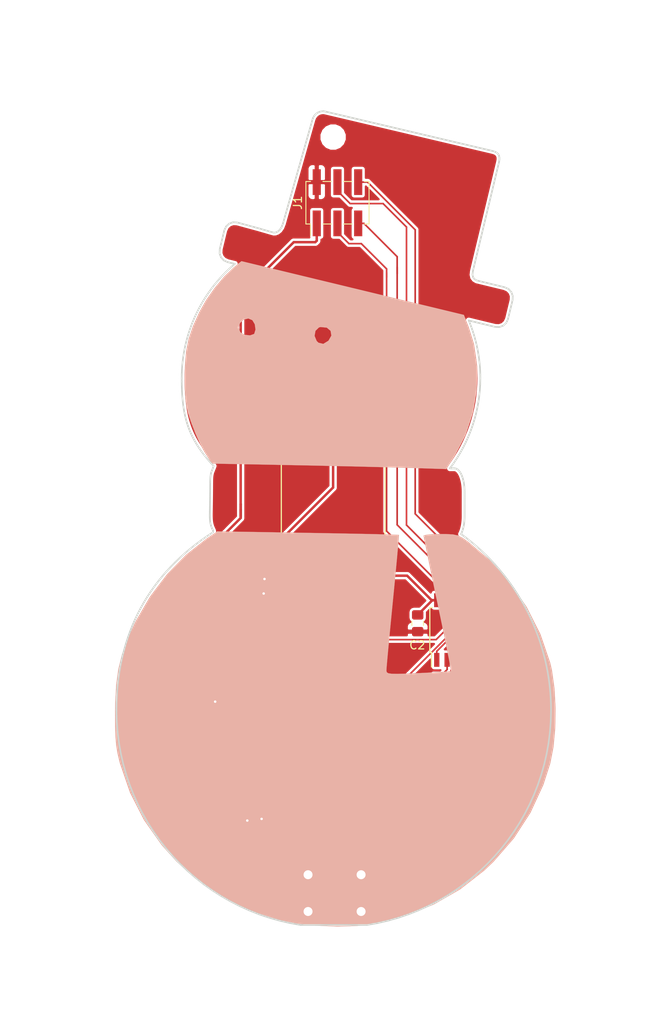
<source format=kicad_pcb>
(kicad_pcb (version 20171130) (host pcbnew "(5.0.1)-4")
  (layers (0 F.Cu signal) (31 B.Cu signal hide) (34 B.Paste user hide) (35 F.Paste user hide) (36 B.SilkS user hide) (37 F.SilkS user hide) (38 B.Mask user) (39 F.Mask user hide) (44 Edge.Cuts user))
  (net 0 "")
  (net 1 VCC)
  (net 2 "Net-(D1-Pad2)")
  (net 3 /PIX_GND)
  (net 4 "Net-(D2-Pad2)")
  (net 5 "Net-(D3-Pad2)")
  (net 6 "Net-(D4-Pad2)")
  (net 7 /Reset)
  (net 8 /Button)
  (net 9 GND)
  (net 10 "Net-(BT1-Pad1)")
  (net 11 "Net-(BZ1-Pad1)")
  (net 12 "Net-(BZ1-Pad2)")
  (net 13 "Net-(Q2-Pad1)")
  (net 14 /Buzzer)
  (net 15 /SCK)
  (net 16 /LedData_MISO)
  (net 17 /LedEnable_MOSI)
  (module Resistor_SMD:R_0805_2012Metric_Pad1.15x1.40mm_HandSolder (layer F.Cu) (at 126.873 104.2162)
    (fp_text reference D1 (at 2.8956 -0.0762) (layer F.SilkS))
    (fp_text value D_Schottky hide)
    (pad 1 smd roundrect (at -1.025 0) (size 1.15 1.4) (layers F.Cu F.Paste F.Mask) (roundrect_rratio 0.217391) (net 1 VCC))
    (pad 2 smd roundrect (at 1.025 0) (size 1.15 1.4) (layers F.Cu F.Paste F.Mask) (roundrect_rratio 0.217391) (net 2 "Net-(D1-Pad2)"))
  )
  (module LED_SMD:LED_WS2812B_PLCC4_5.0x5.0mm_P3.2mm (layer B.Cu) (at 131.191 100.711 180)
    (fp_text reference D2 (at 0 3.5 180) (layer B.SilkS) (effects (justify mirror)))
    (fp_text value WS2812B hide)
    (fp_text user 1 (at -4.15 1.6 180) (layer B.SilkS) (effects (justify mirror)))
    (pad 3 smd rect (at 2.45 -1.6 180) (size 1.5 1) (layers B.Cu B.Paste B.Mask) (net 3 /PIX_GND))
    (pad 4 smd rect (at 2.45 1.6 180) (size 1.5 1) (layers B.Cu B.Paste B.Mask) (net 16 /LedData_MISO))
    (pad 2 smd rect (at -2.45 -1.6 180) (size 1.5 1) (layers B.Cu B.Paste B.Mask) (net 4 "Net-(D2-Pad2)"))
    (pad 1 smd rect (at -2.45 1.6 180) (size 1.5 1) (layers B.Cu B.Paste B.Mask) (net 1 VCC))
  )
  (module LED_SMD:LED_WS2812B_PLCC4_5.0x5.0mm_P3.2mm (layer B.Cu) (at 125.222 114.2365 180)
    (fp_text reference D3 (at 0 3.5 180) (layer B.SilkS) (effects (justify mirror)))
    (fp_text value WS2812B hide)
    (fp_text user 1 (at -4.15 1.6 180) (layer B.SilkS) (effects (justify mirror)))
    (pad 1 smd rect (at -2.45 1.6 180) (size 1.5 1) (layers B.Cu B.Paste B.Mask) (net 1 VCC))
    (pad 2 smd rect (at -2.45 -1.6 180) (size 1.5 1) (layers B.Cu B.Paste B.Mask) (net 5 "Net-(D3-Pad2)"))
    (pad 4 smd rect (at 2.45 1.6 180) (size 1.5 1) (layers B.Cu B.Paste B.Mask) (net 4 "Net-(D2-Pad2)"))
    (pad 3 smd rect (at 2.45 -1.6 180) (size 1.5 1) (layers B.Cu B.Paste B.Mask) (net 3 /PIX_GND))
  )
  (module LED_SMD:LED_WS2812B_PLCC4_5.0x5.0mm_P3.2mm (layer B.Cu) (at 130.683 128.397 180)
    (fp_text reference D4 hide)
    (fp_text value WS2812B hide)
    (pad 3 smd rect (at 2.45 -1.6 180) (size 1.5 1) (layers B.Cu B.Paste B.Mask) (net 3 /PIX_GND))
    (pad 4 smd rect (at 2.45 1.6 180) (size 1.5 1) (layers B.Cu B.Paste B.Mask) (net 5 "Net-(D3-Pad2)"))
    (pad 2 smd rect (at -2.45 -1.6 180) (size 1.5 1) (layers B.Cu B.Paste B.Mask) (net 6 "Net-(D4-Pad2)"))
    (pad 1 smd rect (at -2.45 1.6 180) (size 1.5 1) (layers B.Cu B.Paste B.Mask) (net 1 VCC))
  )
  (module Package_SO:SOIJ-8_5.3x5.3mm_P1.27mm (layer F.Cu) (at 154.2542 105.2322 90)
    (fp_text reference U2 (at -0.0508 3.8862 90) (layer F.SilkS))
    (fp_text value ATtiny85-20SU)
    (pad 1 smd rect (at -3.65 -1.905 90) (size 1.7 0.65) (layers F.Cu F.Paste F.Mask) (net 7 /Reset))
    (pad 2 smd rect (at -3.65 -0.635 90) (size 1.7 0.65) (layers F.Cu F.Paste F.Mask) (net 8 /Button))
    (pad 3 smd rect (at -3.65 0.635 90) (size 1.7 0.65) (layers F.Cu F.Paste F.Mask) (net 14 /Buzzer))
    (pad 4 smd rect (at -3.65 1.905 90) (size 1.7 0.65) (layers F.Cu F.Paste F.Mask) (net 9 GND))
    (pad 5 smd rect (at 3.65 1.905 90) (size 1.7 0.65) (layers F.Cu F.Paste F.Mask) (net 17 /LedEnable_MOSI))
    (pad 6 smd rect (at 3.65 0.635 90) (size 1.7 0.65) (layers F.Cu F.Paste F.Mask) (net 16 /LedData_MISO))
    (pad 7 smd rect (at 3.65 -0.635 90) (size 1.7 0.65) (layers F.Cu F.Paste F.Mask) (net 15 /SCK))
    (pad 8 smd rect (at 3.65 -1.905 90) (size 1.7 0.65) (layers F.Cu F.Paste F.Mask) (net 1 VCC))
  )
  (module project_footprints:AAA_SMD_Holder (layer F.Cu) (at 146.0008 72.6948 270)
    (fp_text reference BT1 (at 2.54 -1.27 270) (layer F.SilkS))
    (fp_text value Battery_Cell)
    (pad 1 smd rect (at -2.54 6.35 270) (size 5.08 5.08) (layers F.Cu F.Paste F.Mask) (net 10 "Net-(BT1-Pad1)"))
    (pad 2 smd rect (at 56.896 6.35 270) (size 5.08 5.08) (layers F.Cu F.Paste F.Mask) (net 9 GND))
  )
  (module project_footprints:Buzzer_8.5x8.5mm (layer F.Cu) (at 159.2206 122.6686 270)
    (fp_text reference BZ1 (at 3.6964 -1.79) (layer F.SilkS))
    (fp_text value Buzzer)
    (pad 1 smd rect (at 0.75 0.75 270) (size 2 2) (layers F.Cu F.Paste F.Mask) (net 11 "Net-(BZ1-Pad1)"))
    (pad 2 smd rect (at 0.75 7.75 270) (size 2 2) (layers F.Cu F.Paste F.Mask) (net 12 "Net-(BZ1-Pad2)"))
    (pad "" smd rect (at 7.75 7.75 270) (size 2 2) (layers F.Cu F.Paste F.Mask))
  )
  (module Capacitor_Tantalum_SMD:CP_EIA-6032-28_Kemet-C_Pad2.25x2.35mm_HandSolder (layer F.Cu) (at 125.2882 111.9632)
    (fp_text reference C1 (at 5.0392 0.0508) (layer F.SilkS))
    (fp_text value 47uF/16V)
    (pad 1 smd roundrect (at -2.55 0) (size 2.25 2.35) (layers F.Cu F.Paste F.Mask) (roundrect_rratio 0.111111) (net 1 VCC))
    (pad 2 smd roundrect (at 2.55 0) (size 2.25 2.35) (layers F.Cu F.Paste F.Mask) (roundrect_rratio 0.111111) (net 9 GND))
  )
  (module Diode_SMD:D_SMA_Handsoldering (layer F.Cu) (at 154.94 120.1928 180)
    (fp_text reference D5 (at -5.5372 -0.127 180) (layer F.SilkS))
    (fp_text value M7)
    (pad 2 smd rect (at -2.5 0 180) (size 3.5 1.8) (layers F.Cu F.Paste F.Mask) (net 11 "Net-(BZ1-Pad1)"))
    (pad 1 smd rect (at 2.5 0 180) (size 3.5 1.8) (layers F.Cu F.Paste F.Mask) (net 12 "Net-(BZ1-Pad2)"))
  )
  (module Connector_PinHeader_2.54mm:PinHeader_2x03_P2.54mm_Vertical_SMD (layer F.Cu) (at 140.1826 52.9336 90)
    (fp_text reference J1 (at 0 -4.87 90) (layer F.SilkS))
    (fp_text value Conn_01x06_Male)
    (pad 1 smd rect (at -2.525 -2.54 90) (size 3.15 1) (layers F.Cu F.Paste F.Mask) (net 1 VCC))
    (pad 2 smd rect (at 2.525 -2.54 90) (size 3.15 1) (layers F.Cu F.Paste F.Mask) (net 9 GND))
    (pad 3 smd rect (at -2.525 0 90) (size 3.15 1) (layers F.Cu F.Paste F.Mask) (net 15 /SCK))
    (pad 4 smd rect (at 2.525 0 90) (size 3.15 1) (layers F.Cu F.Paste F.Mask) (net 17 /LedEnable_MOSI))
    (pad 5 smd rect (at -2.525 2.54 90) (size 3.15 1) (layers F.Cu F.Paste F.Mask) (net 16 /LedData_MISO))
    (pad 6 smd rect (at 2.525 2.54 90) (size 3.15 1) (layers F.Cu F.Paste F.Mask) (net 7 /Reset))
  )
  (module project_footprints:Inductor_SM5845 (layer F.Cu) (at 126.166 100.076 270)
    (fp_text reference L2 (at -1.9812 4.1444 270) (layer F.SilkS))
    (fp_text value 47uH)
    (pad 1 smd rect (at 0 1.85 270) (size 5.4 2.5) (layers F.Cu F.Paste F.Mask) (net 10 "Net-(BT1-Pad1)"))
    (pad 2 smd rect (at 0 -1.85 270) (size 5.4 2.5) (layers F.Cu F.Paste F.Mask) (net 2 "Net-(D1-Pad2)"))
  )
  (module Resistor_SMD:R_0805_2012Metric_Pad1.15x1.40mm_HandSolder (layer F.Cu) (at 127.9562 132.5118)
    (fp_text reference R1 (at 0 -1.65) (layer F.SilkS))
    (fp_text value 10k)
    (pad 1 smd roundrect (at -1.025 0) (size 1.15 1.4) (layers F.Cu F.Paste F.Mask) (roundrect_rratio 0.217391) (net 17 /LedEnable_MOSI))
    (pad 2 smd roundrect (at 1.025 0) (size 1.15 1.4) (layers F.Cu F.Paste F.Mask) (roundrect_rratio 0.217391) (net 9 GND))
  )
  (module Resistor_SMD:R_0805_2012Metric_Pad1.15x1.40mm_HandSolder (layer F.Cu) (at 155.7782 115.3324 90)
    (fp_text reference R3 (at 2.6072 0.127 180) (layer F.SilkS))
    (fp_text value 470)
    (pad 1 smd roundrect (at -1.025 0 90) (size 1.15 1.4) (layers F.Cu F.Paste F.Mask) (roundrect_rratio 0.217391) (net 13 "Net-(Q2-Pad1)"))
    (pad 2 smd roundrect (at 1.025 0 90) (size 1.15 1.4) (layers F.Cu F.Paste F.Mask) (roundrect_rratio 0.217391) (net 14 /Buzzer))
  )
  (module TestPoint:TestPoint_Pad_1.0x1.0mm (layer F.Cu) (at 123.8758 119.4308)
    (fp_text reference TP2 hide)
    (fp_text value TP_LedEna (at -4.826 -0.1778) (layer F.SilkS))
    (pad 1 smd rect (at 0 0) (size 1 1) (layers F.Cu F.Mask) (net 17 /LedEnable_MOSI))
  )
  (module TestPoint:TestPoint_Pad_1.0x1.0mm (layer F.Cu) (at 121.7168 104.2924)
    (fp_text reference TP3 hide)
    (fp_text value TP_Vcc (at 0 1.55) (layer F.SilkS))
    (pad 1 smd rect (at 0 0) (size 1 1) (layers F.Cu F.Mask) (net 1 VCC))
  )
  (module TestPoint:TestPoint_Pad_1.0x1.0mm (layer F.Cu) (at 123.9266 121.8946)
    (fp_text reference TP5 hide)
    (fp_text value TP_PIXGND (at -5.0546 0.0254) (layer F.SilkS))
    (pad 1 smd rect (at 0 0) (size 1 1) (layers F.Cu F.Mask) (net 3 /PIX_GND))
  )
  (module Resistor_SMD:R_0805_2012Metric_Pad1.15x1.40mm_HandSolder (layer F.Cu) (at 147.184 134.8232 180)
    (fp_text reference JP1 (at -3.2602 0.0508 180) (layer F.SilkS))
    (fp_text value Jumper_NO_Small)
    (pad 1 smd roundrect (at -1.025 0 180) (size 1.15 1.4) (layers F.Cu F.Paste F.Mask) (roundrect_rratio 0.217391) (net 11 "Net-(BZ1-Pad1)"))
    (pad 2 smd roundrect (at 1.025 0 180) (size 1.15 1.4) (layers F.Cu F.Paste F.Mask) (roundrect_rratio 0.217391) (net 1 VCC))
  )
  (module MountingHole:MountingHole_2.5mm (layer F.Cu) (at 139.65 44.8945)
    (fp_text reference REF** hide)
    (fp_text value MountingHole_2.5mm)
    (pad 1 np_thru_hole circle (at 0 0) (size 2.5 2.5) (drill 2.5) (layers *.Cu *.Mask))
  )
  (module project_footprints:Frosty_Body (layer B.Cu) (at 140.0302 117.2718 180)
    (fp_text reference G*** hide)
    (fp_text value LOGO hide)
  )
  (module project_footprints:Frosty_Nose (layer B.Cu) (at 127.9906 73.1774 180)
    (fp_text reference G*** hide)
    (fp_text value LOGO hide)
  )
  (module project_footprints:Frosty_Head_2 (layer B.Cu) (at 139.4968 72.644 180)
    (fp_text reference G*** hide)
    (fp_text value LOGO hide)
  )
  (module Capacitor_SMD:C_0805_2012Metric_Pad1.15x1.40mm_HandSolder (layer F.Cu) (at 150.0124 104.403 270)
    (fp_text reference C2 (at 2.6834 0.0508 180) (layer F.SilkS))
    (fp_text value 0,1uF)
    (pad 1 smd roundrect (at -1.025 0 270) (size 1.15 1.4) (layers F.Cu F.Paste F.Mask) (roundrect_rratio 0.217391) (net 1 VCC))
    (pad 2 smd roundrect (at 1.025 0 270) (size 1.15 1.4) (layers F.Cu F.Paste F.Mask) (roundrect_rratio 0.217391) (net 9 GND))
  )
  (module Button_Switch_THT:SW_PUSH_6mm_H4.3mm (layer B.Cu) (at 143.0782 135.1788 180)
    (fp_text reference SW1 (at 3.25 2 180) (layer B.SilkS) (effects (justify mirror)))
    (fp_text value SW_Push)
    (pad 2 thru_hole circle (at 0 -4.5 90) (size 2 2) (drill 1.1) (layers *.Cu *.Mask) (net 9 GND))
    (pad 1 thru_hole circle (at 0 0 90) (size 2 2) (drill 1.1) (layers *.Cu *.Mask) (net 8 /Button))
    (pad 2 thru_hole circle (at 6.5 -4.5 90) (size 2 2) (drill 1.1) (layers *.Cu *.Mask) (net 9 GND))
    (pad 1 thru_hole circle (at 6.5 0 90) (size 2 2) (drill 1.1) (layers *.Cu *.Mask) (net 8 /Button))
  )
  (module Package_TO_SOT_SMD:SOT-23_Handsoldering (layer F.Cu) (at 123.698 127.2286)
    (fp_text reference Q1 (at 0 -2.5) (layer F.SilkS))
    (fp_text value AO3400)
    (pad 3 smd rect (at 1.5 0) (size 1.9 0.8) (layers F.Cu F.Paste F.Mask) (net 3 /PIX_GND))
    (pad 2 smd rect (at -1.5 0.95) (size 1.9 0.8) (layers F.Cu F.Paste F.Mask) (net 9 GND))
    (pad 1 smd rect (at -1.5 -0.95) (size 1.9 0.8) (layers F.Cu F.Paste F.Mask) (net 17 /LedEnable_MOSI))
  )
  (module Package_TO_SOT_SMD:SOT-23_Handsoldering (layer F.Cu) (at 151.7396 115.4684 270)
    (fp_text reference Q2 (at 0 -2.5 270) (layer F.SilkS))
    (fp_text value BC817)
    (pad 1 smd rect (at -1.5 -0.95 270) (size 1.9 0.8) (layers F.Cu F.Paste F.Mask) (net 13 "Net-(Q2-Pad1)"))
    (pad 2 smd rect (at -1.5 0.95 270) (size 1.9 0.8) (layers F.Cu F.Paste F.Mask) (net 9 GND))
    (pad 3 smd rect (at 1.5 0 270) (size 1.9 0.8) (layers F.Cu F.Paste F.Mask) (net 12 "Net-(BZ1-Pad2)"))
  )
  (module Package_TO_SOT_SMD:SOT-23_Handsoldering (layer F.Cu) (at 126.8636 107.2286 180)
    (fp_text reference U1 (at 0 -2.5 180) (layer F.SilkS))
    (fp_text value ME2108A33)
    (pad 1 smd rect (at -1.5 -0.95 180) (size 1.9 0.8) (layers F.Cu F.Paste F.Mask) (net 9 GND))
    (pad 2 smd rect (at -1.5 0.95 180) (size 1.9 0.8) (layers F.Cu F.Paste F.Mask) (net 2 "Net-(D1-Pad2)"))
    (pad 3 smd rect (at 1.5 0 180) (size 1.9 0.8) (layers F.Cu F.Paste F.Mask) (net 1 VCC))
  )
  (gr_line (start 143.764 141.3256) (end 135.6614 141.3256) (layer Edge.Cuts) (width 0.2))
  (gr_line (start 154.246429 85.431852) (end 154.248546 85.431852) (layer Edge.Cuts) (width 0.2))
  (gr_line (start 154.218912 85.431852) (end 154.221029 85.431852) (layer Edge.Cuts) (width 0.2))
  (gr_line (start 154.216796 85.431852) (end 154.218912 85.431852) (layer Edge.Cuts) (width 0.2))
  (gr_line (start 154.297229 85.431852) (end 154.299346 85.431852) (layer Edge.Cuts) (width 0.2))
  (gr_line (start 154.199862 85.431852) (end 154.201979 85.431852) (layer Edge.Cuts) (width 0.2))
  (gr_line (start 154.210446 85.431852) (end 154.212562 85.431852) (layer Edge.Cuts) (width 0.2))
  (gr_line (start 154.295112 85.431852) (end 154.297229 85.431852) (layer Edge.Cuts) (width 0.2))
  (gr_line (start 154.252779 85.431852) (end 154.254896 85.431852) (layer Edge.Cuts) (width 0.2))
  (gr_line (start 154.248546 85.431852) (end 154.250662 85.431852) (layer Edge.Cuts) (width 0.2))
  (gr_line (start 154.237962 85.431852) (end 154.240079 85.431852) (layer Edge.Cuts) (width 0.2))
  (gr_line (start 154.180812 85.431852) (end 154.182929 85.431852) (layer Edge.Cuts) (width 0.2))
  (gr_line (start 154.212562 85.431852) (end 154.214679 85.431852) (layer Edge.Cuts) (width 0.2))
  (gr_line (start 154.286646 85.431852) (end 154.288762 85.431852) (layer Edge.Cuts) (width 0.2))
  (gr_line (start 154.284529 85.431852) (end 154.286646 85.431852) (layer Edge.Cuts) (width 0.2))
  (gr_line (start 154.197746 85.431852) (end 154.199862 85.431852) (layer Edge.Cuts) (width 0.2))
  (gr_line (start 154.271829 85.431852) (end 154.273946 85.431852) (layer Edge.Cuts) (width 0.2))
  (gr_line (start 154.174462 85.431852) (end 154.176579 85.431852) (layer Edge.Cuts) (width 0.2))
  (gr_line (start 154.267596 85.431852) (end 154.269712 85.431852) (layer Edge.Cuts) (width 0.2))
  (gr_line (start 154.233729 85.431852) (end 154.235846 85.431852) (layer Edge.Cuts) (width 0.2))
  (gr_line (start 154.227379 85.431852) (end 154.229496 85.431852) (layer Edge.Cuts) (width 0.2))
  (gr_line (start 154.225262 85.431852) (end 154.227379 85.431852) (layer Edge.Cuts) (width 0.2))
  (gr_line (start 154.223146 85.431852) (end 154.225262 85.431852) (layer Edge.Cuts) (width 0.2))
  (gr_line (start 154.221029 85.431852) (end 154.223146 85.431852) (layer Edge.Cuts) (width 0.2))
  (gr_line (start 154.189279 85.431852) (end 154.191396 85.431852) (layer Edge.Cuts) (width 0.2))
  (gr_line (start 154.185046 85.431852) (end 154.187162 85.431852) (layer Edge.Cuts) (width 0.2))
  (gr_line (start 154.170229 85.431852) (end 154.172346 85.431852) (layer Edge.Cuts) (width 0.2))
  (gr_line (start 154.187162 85.431852) (end 154.189279 85.431852) (layer Edge.Cuts) (width 0.2))
  (gr_line (start 154.176579 85.431852) (end 154.178696 85.431852) (layer Edge.Cuts) (width 0.2))
  (gr_line (start 154.193512 85.431852) (end 154.195629 85.431852) (layer Edge.Cuts) (width 0.2))
  (gr_line (start 154.165996 85.431852) (end 154.168112 85.431852) (layer Edge.Cuts) (width 0.2))
  (gr_line (start 154.282412 85.431852) (end 154.284529 85.431852) (layer Edge.Cuts) (width 0.2))
  (gr_line (start 154.280296 85.431852) (end 154.282412 85.431852) (layer Edge.Cuts) (width 0.2))
  (gr_line (start 154.278179 85.431852) (end 154.280296 85.431852) (layer Edge.Cuts) (width 0.2))
  (gr_line (start 154.191396 85.431852) (end 154.193512 85.431852) (layer Edge.Cuts) (width 0.2))
  (gr_line (start 154.214679 85.431852) (end 154.216796 85.431852) (layer Edge.Cuts) (width 0.2))
  (gr_line (start 154.263362 85.431852) (end 154.265479 85.431852) (layer Edge.Cuts) (width 0.2))
  (gr_line (start 154.257012 85.431852) (end 154.259129 85.431852) (layer Edge.Cuts) (width 0.2))
  (gr_line (start 154.182929 85.431852) (end 154.185046 85.431852) (layer Edge.Cuts) (width 0.2))
  (gr_line (start 154.288762 85.431852) (end 154.290879 85.431852) (layer Edge.Cuts) (width 0.2))
  (gr_line (start 154.276062 85.431852) (end 154.278179 85.431852) (layer Edge.Cuts) (width 0.2))
  (gr_line (start 154.229496 85.431852) (end 154.231612 85.431852) (layer Edge.Cuts) (width 0.2))
  (gr_line (start 154.254896 85.431852) (end 154.257012 85.431852) (layer Edge.Cuts) (width 0.2))
  (gr_line (start 154.269712 85.431852) (end 154.271829 85.431852) (layer Edge.Cuts) (width 0.2))
  (gr_line (start 154.195629 85.431852) (end 154.197746 85.431852) (layer Edge.Cuts) (width 0.2))
  (gr_line (start 154.172346 85.431852) (end 154.174462 85.431852) (layer Edge.Cuts) (width 0.2))
  (gr_line (start 154.178696 85.431852) (end 154.180812 85.431852) (layer Edge.Cuts) (width 0.2))
  (gr_line (start 154.273946 85.431852) (end 154.276062 85.431852) (layer Edge.Cuts) (width 0.2))
  (gr_line (start 154.168112 85.431852) (end 154.170229 85.431852) (layer Edge.Cuts) (width 0.2))
  (gr_line (start 154.292996 85.431852) (end 154.295112 85.431852) (layer Edge.Cuts) (width 0.2))
  (gr_line (start 154.265479 85.431852) (end 154.267596 85.431852) (layer Edge.Cuts) (width 0.2))
  (gr_line (start 154.204096 85.431852) (end 154.206212 85.431852) (layer Edge.Cuts) (width 0.2))
  (gr_line (start 154.244312 85.431852) (end 154.246429 85.431852) (layer Edge.Cuts) (width 0.2))
  (gr_line (start 154.206212 85.431852) (end 154.208329 85.431852) (layer Edge.Cuts) (width 0.2))
  (gr_line (start 154.201979 85.431852) (end 154.204096 85.431852) (layer Edge.Cuts) (width 0.2))
  (gr_line (start 154.290879 85.431852) (end 154.292996 85.431852) (layer Edge.Cuts) (width 0.2))
  (gr_line (start 154.261246 85.431852) (end 154.263362 85.431852) (layer Edge.Cuts) (width 0.2))
  (gr_line (start 154.235846 85.431852) (end 154.237962 85.431852) (layer Edge.Cuts) (width 0.2))
  (gr_line (start 154.231612 85.431852) (end 154.233729 85.431852) (layer Edge.Cuts) (width 0.2))
  (gr_line (start 154.163879 85.431852) (end 154.165996 85.431852) (layer Edge.Cuts) (width 0.2))
  (gr_line (start 154.242196 85.431852) (end 154.244312 85.431852) (layer Edge.Cuts) (width 0.2))
  (gr_line (start 154.208329 85.431852) (end 154.210446 85.431852) (layer Edge.Cuts) (width 0.2))
  (gr_line (start 154.259129 85.431852) (end 154.261246 85.431852) (layer Edge.Cuts) (width 0.2))
  (gr_line (start 154.240079 85.431852) (end 154.242196 85.431852) (layer Edge.Cuts) (width 0.2))
  (gr_line (start 154.250662 85.431852) (end 154.252779 85.431852) (layer Edge.Cuts) (width 0.2))
  (gr_line (start 154.106729 85.431852) (end 154.108846 85.431852) (layer Edge.Cuts) (width 0.2))
  (gr_line (start 154.132129 85.431852) (end 154.134246 85.431852) (layer Edge.Cuts) (width 0.2))
  (gr_line (start 154.028412 85.431852) (end 154.030529 85.431852) (layer Edge.Cuts) (width 0.2))
  (gr_line (start 154.119429 85.431852) (end 154.121546 85.431852) (layer Edge.Cuts) (width 0.2))
  (gr_line (start 154.140596 85.431852) (end 154.142712 85.431852) (layer Edge.Cuts) (width 0.2))
  (gr_line (start 154.138479 85.431852) (end 154.140596 85.431852) (layer Edge.Cuts) (width 0.2))
  (gr_line (start 154.136362 85.431852) (end 154.138479 85.431852) (layer Edge.Cuts) (width 0.2))
  (gr_line (start 154.134246 85.431852) (end 154.136362 85.431852) (layer Edge.Cuts) (width 0.2))
  (gr_line (start 154.032646 85.431852) (end 154.034762 85.431852) (layer Edge.Cuts) (width 0.2))
  (gr_line (start 154.127896 85.431852) (end 154.130012 85.431852) (layer Edge.Cuts) (width 0.2))
  (gr_line (start 154.123662 85.431852) (end 154.125779 85.431852) (layer Edge.Cuts) (width 0.2))
  (gr_line (start 154.051696 85.431852) (end 154.053812 85.431852) (layer Edge.Cuts) (width 0.2))
  (gr_line (start 154.053812 85.431852) (end 154.055929 85.431852) (layer Edge.Cuts) (width 0.2))
  (gr_line (start 154.043229 85.431852) (end 154.045346 85.431852) (layer Edge.Cuts) (width 0.2))
  (gr_line (start 154.081329 85.431852) (end 154.083446 85.431852) (layer Edge.Cuts) (width 0.2))
  (gr_line (start 154.115196 85.431852) (end 154.117312 85.431852) (layer Edge.Cuts) (width 0.2))
  (gr_line (start 154.034762 85.431852) (end 154.036879 85.431852) (layer Edge.Cuts) (width 0.2))
  (gr_line (start 154.091912 85.431852) (end 154.094029 85.431852) (layer Edge.Cuts) (width 0.2))
  (gr_line (start 154.100379 85.431852) (end 154.102496 85.431852) (layer Edge.Cuts) (width 0.2))
  (gr_line (start 154.125779 85.431852) (end 154.127896 85.431852) (layer Edge.Cuts) (width 0.2))
  (gr_line (start 154.130012 85.431852) (end 154.132129 85.431852) (layer Edge.Cuts) (width 0.2))
  (gr_line (start 154.104612 85.431852) (end 154.106729 85.431852) (layer Edge.Cuts) (width 0.2))
  (gr_line (start 154.066512 85.431852) (end 154.068629 85.431852) (layer Edge.Cuts) (width 0.2))
  (gr_line (start 154.113079 85.431852) (end 154.115196 85.431852) (layer Edge.Cuts) (width 0.2))
  (gr_line (start 154.068629 85.431852) (end 154.070746 85.431852) (layer Edge.Cuts) (width 0.2))
  (gr_line (start 154.036879 85.431852) (end 154.038996 85.431852) (layer Edge.Cuts) (width 0.2))
  (gr_line (start 154.062279 85.431852) (end 154.064396 85.431852) (layer Edge.Cuts) (width 0.2))
  (gr_line (start 154.102496 85.431852) (end 154.104612 85.431852) (layer Edge.Cuts) (width 0.2))
  (gr_line (start 154.041112 85.431852) (end 154.043229 85.431852) (layer Edge.Cuts) (width 0.2))
  (gr_line (start 154.064396 85.431852) (end 154.066512 85.431852) (layer Edge.Cuts) (width 0.2))
  (gr_line (start 154.045346 85.431852) (end 154.047462 85.431852) (layer Edge.Cuts) (width 0.2))
  (gr_line (start 154.098262 85.431852) (end 154.100379 85.431852) (layer Edge.Cuts) (width 0.2))
  (gr_line (start 154.060162 85.431852) (end 154.062279 85.431852) (layer Edge.Cuts) (width 0.2))
  (gr_line (start 154.121546 85.431852) (end 154.123662 85.431852) (layer Edge.Cuts) (width 0.2))
  (gr_line (start 154.117312 85.431852) (end 154.119429 85.431852) (layer Edge.Cuts) (width 0.2))
  (gr_line (start 154.072862 85.431852) (end 154.074979 85.431852) (layer Edge.Cuts) (width 0.2))
  (gr_line (start 154.038996 85.431852) (end 154.041112 85.431852) (layer Edge.Cuts) (width 0.2))
  (gr_line (start 154.079212 85.431852) (end 154.081329 85.431852) (layer Edge.Cuts) (width 0.2))
  (gr_line (start 154.085562 85.431852) (end 154.087679 85.431852) (layer Edge.Cuts) (width 0.2))
  (gr_line (start 154.070746 85.431852) (end 154.072862 85.431852) (layer Edge.Cuts) (width 0.2))
  (gr_line (start 154.161762 85.431852) (end 154.163879 85.431852) (layer Edge.Cuts) (width 0.2))
  (gr_line (start 154.055929 85.431852) (end 154.058046 85.431852) (layer Edge.Cuts) (width 0.2))
  (gr_line (start 154.142712 85.431852) (end 154.144829 85.431852) (layer Edge.Cuts) (width 0.2))
  (gr_line (start 154.087679 85.431852) (end 154.089796 85.431852) (layer Edge.Cuts) (width 0.2))
  (gr_line (start 154.047462 85.431852) (end 154.049579 85.431852) (layer Edge.Cuts) (width 0.2))
  (gr_line (start 154.096146 85.431852) (end 154.098262 85.431852) (layer Edge.Cuts) (width 0.2))
  (gr_line (start 154.074979 85.431852) (end 154.077096 85.431852) (layer Edge.Cuts) (width 0.2))
  (gr_line (start 154.108846 85.431852) (end 154.110962 85.431852) (layer Edge.Cuts) (width 0.2))
  (gr_line (start 154.058046 85.431852) (end 154.060162 85.431852) (layer Edge.Cuts) (width 0.2))
  (gr_line (start 154.159646 85.431852) (end 154.161762 85.431852) (layer Edge.Cuts) (width 0.2))
  (gr_line (start 154.157529 85.431852) (end 154.159646 85.431852) (layer Edge.Cuts) (width 0.2))
  (gr_line (start 154.110962 85.431852) (end 154.113079 85.431852) (layer Edge.Cuts) (width 0.2))
  (gr_line (start 154.155412 85.431852) (end 154.157529 85.431852) (layer Edge.Cuts) (width 0.2))
  (gr_line (start 154.077096 85.431852) (end 154.079212 85.431852) (layer Edge.Cuts) (width 0.2))
  (gr_line (start 154.030529 85.431852) (end 154.032646 85.431852) (layer Edge.Cuts) (width 0.2))
  (gr_line (start 154.153296 85.431852) (end 154.155412 85.431852) (layer Edge.Cuts) (width 0.2))
  (gr_line (start 154.151179 85.431852) (end 154.153296 85.431852) (layer Edge.Cuts) (width 0.2))
  (gr_line (start 154.083446 85.431852) (end 154.085562 85.431852) (layer Edge.Cuts) (width 0.2))
  (gr_line (start 154.089796 85.431852) (end 154.091912 85.431852) (layer Edge.Cuts) (width 0.2))
  (gr_line (start 154.149062 85.431852) (end 154.151179 85.431852) (layer Edge.Cuts) (width 0.2))
  (gr_line (start 154.049579 85.431852) (end 154.051696 85.431852) (layer Edge.Cuts) (width 0.2))
  (gr_line (start 154.146946 85.431852) (end 154.149062 85.431852) (layer Edge.Cuts) (width 0.2))
  (gr_line (start 154.144829 85.431852) (end 154.146946 85.431852) (layer Edge.Cuts) (width 0.2))
  (gr_line (start 154.094029 85.431852) (end 154.096146 85.431852) (layer Edge.Cuts) (width 0.2))
  (gr_line (start 154.005129 85.431852) (end 154.007246 85.431852) (layer Edge.Cuts) (width 0.2))
  (gr_line (start 153.998779 85.431852) (end 154.000896 85.431852) (layer Edge.Cuts) (width 0.2))
  (gr_line (start 156.203626 81.599857) (end 155.898376 82.271603) (layer Edge.Cuts) (width 0.2))
  (gr_line (start 153.994546 85.431852) (end 153.996662 85.431852) (layer Edge.Cuts) (width 0.2))
  (gr_line (start 153.992429 85.431852) (end 153.994546 85.431852) (layer Edge.Cuts) (width 0.2))
  (gr_line (start 154.407756 84.829139) (end 153.969146 85.431852) (layer Edge.Cuts) (width 0.2))
  (gr_line (start 156.442717 67.769396) (end 156.602327 68.194089) (layer Edge.Cuts) (width 0.2))
  (gr_line (start 153.979729 85.431852) (end 153.981846 85.431852) (layer Edge.Cuts) (width 0.2))
  (gr_line (start 157.641856 73.047291) (end 157.67018 73.499684) (layer Edge.Cuts) (width 0.2))
  (gr_line (start 154.820273 84.210893) (end 154.407756 84.829139) (layer Edge.Cuts) (width 0.2))
  (gr_line (start 155.565874 82.931264) (end 155.206409 83.57798) (layer Edge.Cuts) (width 0.2))
  (gr_line (start 156.952944 79.520724) (end 156.7312 80.223556) (layer Edge.Cuts) (width 0.2))
  (gr_line (start 159.502038 68.129817) (end 157.887233 67.739077) (layer Edge.Cuts) (width 0.2))
  (gr_line (start 157.14627 78.809252) (end 156.952944 79.520724) (layer Edge.Cuts) (width 0.2))
  (gr_line (start 157.693172 74.407212) (end 157.676424 75.152438) (layer Edge.Cuts) (width 0.2))
  (gr_line (start 157.676424 75.152438) (end 157.62955 75.894192) (layer Edge.Cuts) (width 0.2))
  (gr_line (start 160.021301 68.15011) (end 159.502038 68.129817) (layer Edge.Cuts) (width 0.2))
  (gr_line (start 157.016709 69.487949) (end 157.133218 69.925144) (layer Edge.Cuts) (width 0.2))
  (gr_line (start 154.026296 85.431852) (end 154.028412 85.431852) (layer Edge.Cuts) (width 0.2))
  (gr_line (start 154.013596 85.431852) (end 154.015712 85.431852) (layer Edge.Cuts) (width 0.2))
  (gr_line (start 154.024179 85.431852) (end 154.026296 85.431852) (layer Edge.Cuts) (width 0.2))
  (gr_line (start 154.000896 85.431852) (end 154.003012 85.431852) (layer Edge.Cuts) (width 0.2))
  (gr_line (start 153.977612 85.431852) (end 153.979729 85.431852) (layer Edge.Cuts) (width 0.2))
  (gr_line (start 153.971262 85.431852) (end 153.973379 85.431852) (layer Edge.Cuts) (width 0.2))
  (gr_line (start 153.973379 85.431852) (end 153.975496 85.431852) (layer Edge.Cuts) (width 0.2))
  (gr_line (start 157.417301 71.251604) (end 157.490046 71.698032) (layer Edge.Cuts) (width 0.2))
  (gr_line (start 157.446506 77.363833) (end 157.310889 78.090003) (layer Edge.Cuts) (width 0.2))
  (gr_line (start 154.019946 85.431852) (end 154.022062 85.431852) (layer Edge.Cuts) (width 0.2))
  (gr_line (start 154.003012 85.431852) (end 154.005129 85.431852) (layer Edge.Cuts) (width 0.2))
  (gr_line (start 153.990312 85.431852) (end 153.992429 85.431852) (layer Edge.Cuts) (width 0.2))
  (gr_line (start 153.988196 85.431852) (end 153.990312 85.431852) (layer Edge.Cuts) (width 0.2))
  (gr_line (start 157.333553 70.807178) (end 157.417301 71.251604) (layer Edge.Cuts) (width 0.2))
  (gr_line (start 157.67018 73.499684) (end 157.687298 73.95306) (layer Edge.Cuts) (width 0.2))
  (gr_line (start 156.889368 69.053572) (end 157.016709 69.487949) (layer Edge.Cuts) (width 0.2))
  (gr_line (start 154.022062 85.431852) (end 154.024179 85.431852) (layer Edge.Cuts) (width 0.2))
  (gr_line (start 154.017829 85.431852) (end 154.019946 85.431852) (layer Edge.Cuts) (width 0.2))
  (gr_line (start 154.015712 85.431852) (end 154.017829 85.431852) (layer Edge.Cuts) (width 0.2))
  (gr_line (start 157.490046 71.698032) (end 157.551747 72.14626) (layer Edge.Cuts) (width 0.2))
  (gr_line (start 154.011479 85.431852) (end 154.013596 85.431852) (layer Edge.Cuts) (width 0.2))
  (gr_line (start 160.490535 67.976054) (end 160.021301 68.15011) (layer Edge.Cuts) (width 0.2))
  (gr_line (start 154.009362 85.431852) (end 154.011479 85.431852) (layer Edge.Cuts) (width 0.2))
  (gr_line (start 154.007246 85.431852) (end 154.009362 85.431852) (layer Edge.Cuts) (width 0.2))
  (gr_line (start 153.975496 85.431852) (end 153.977612 85.431852) (layer Edge.Cuts) (width 0.2))
  (gr_line (start 156.272431 67.348335) (end 156.442717 67.769396) (layer Edge.Cuts) (width 0.2))
  (gr_line (start 157.552824 76.631609) (end 157.446506 77.363833) (layer Edge.Cuts) (width 0.2))
  (gr_line (start 153.996662 85.431852) (end 153.998779 85.431852) (layer Edge.Cuts) (width 0.2))
  (gr_line (start 153.986079 85.431852) (end 153.988196 85.431852) (layer Edge.Cuts) (width 0.2))
  (gr_line (start 153.983962 85.431852) (end 153.986079 85.431852) (layer Edge.Cuts) (width 0.2))
  (gr_line (start 157.887233 67.739077) (end 156.272431 67.348335) (layer Edge.Cuts) (width 0.2))
  (gr_line (start 157.62955 75.894192) (end 157.552824 76.631609) (layer Edge.Cuts) (width 0.2))
  (gr_line (start 153.981846 85.431852) (end 153.983962 85.431852) (layer Edge.Cuts) (width 0.2))
  (gr_line (start 153.969146 85.431852) (end 153.971262 85.431852) (layer Edge.Cuts) (width 0.2))
  (gr_line (start 155.206409 83.57798) (end 154.820273 84.210893) (layer Edge.Cuts) (width 0.2))
  (gr_line (start 155.898376 82.271603) (end 155.565874 82.931264) (layer Edge.Cuts) (width 0.2))
  (gr_line (start 156.7312 80.223556) (end 156.481333 80.916886) (layer Edge.Cuts) (width 0.2))
  (gr_line (start 157.310889 78.090003) (end 157.14627 78.809252) (layer Edge.Cuts) (width 0.2))
  (gr_line (start 157.602364 72.596081) (end 157.641856 73.047291) (layer Edge.Cuts) (width 0.2))
  (gr_line (start 157.687298 73.95306) (end 157.693172 74.407212) (layer Edge.Cuts) (width 0.2))
  (gr_line (start 156.751223 68.622217) (end 156.889368 69.053572) (layer Edge.Cuts) (width 0.2))
  (gr_line (start 157.551747 72.14626) (end 157.602364 72.596081) (layer Edge.Cuts) (width 0.2))
  (gr_line (start 156.602327 68.194089) (end 156.751223 68.622217) (layer Edge.Cuts) (width 0.2))
  (gr_line (start 157.238848 70.364956) (end 157.333553 70.807178) (layer Edge.Cuts) (width 0.2))
  (gr_line (start 156.481333 80.916886) (end 156.203626 81.599857) (layer Edge.Cuts) (width 0.2))
  (gr_line (start 157.133218 69.925144) (end 157.238848 70.364956) (layer Edge.Cuts) (width 0.2))
  (gr_line (start 159.813236 46.909355) (end 159.928285 47.064594) (layer Edge.Cuts) (width 0.2))
  (gr_line (start 160.859782 67.638181) (end 160.490535 67.976054) (layer Edge.Cuts) (width 0.2))
  (gr_line (start 161.079071 67.167027) (end 160.859782 67.638181) (layer Edge.Cuts) (width 0.2))
  (gr_line (start 138.531669 41.740394) (end 138.564331 41.74423) (layer Edge.Cuts) (width 0.2))
  (gr_line (start 161.359363 66.009128) (end 161.219218 66.588076) (layer Edge.Cuts) (width 0.2))
  (gr_line (start 161.659948 64.331972) (end 161.639655 64.851232) (layer Edge.Cuts) (width 0.2))
  (gr_line (start 156.650081 45.99691) (end 159.214973 46.600999) (layer Edge.Cuts) (width 0.2))
  (gr_line (start 161.485895 63.862733) (end 161.659948 64.331972) (layer Edge.Cuts) (width 0.2))
  (gr_line (start 156.802016 62.055491) (end 156.981779 62.285901) (layer Edge.Cuts) (width 0.2))
  (gr_line (start 156.773097 61.324659) (end 156.726837 61.739698) (layer Edge.Cuts) (width 0.2))
  (gr_line (start 160.030784 47.679163) (end 159.986554 47.931604) (layer Edge.Cuts) (width 0.2))
  (gr_line (start 160.036314 47.450108) (end 160.030784 47.679163) (layer Edge.Cuts) (width 0.2))
  (gr_line (start 160.002397 47.24505) (end 160.036314 47.450108) (layer Edge.Cuts) (width 0.2))
  (gr_line (start 158.963071 62.859491) (end 159.819967 63.066845) (layer Edge.Cuts) (width 0.2))
  (gr_line (start 156.981779 62.285901) (end 157.24928 62.444786) (layer Edge.Cuts) (width 0.2))
  (gr_line (start 159.986554 47.931604) (end 156.773097 61.324659) (layer Edge.Cuts) (width 0.2))
  (gr_line (start 146.390511 43.580566) (end 148.955405 44.184652) (layer Edge.Cuts) (width 0.2))
  (gr_line (start 138.695835 41.768308) (end 141.260727 42.372394) (layer Edge.Cuts) (width 0.2))
  (gr_line (start 156.726837 61.739698) (end 156.802016 62.055491) (layer Edge.Cuts) (width 0.2))
  (gr_line (start 159.457326 46.676948) (end 159.656494 46.779934) (layer Edge.Cuts) (width 0.2))
  (gr_line (start 159.214973 46.600999) (end 159.457326 46.676948) (layer Edge.Cuts) (width 0.2))
  (gr_line (start 138.597087 41.74894) (end 138.629924 41.754523) (layer Edge.Cuts) (width 0.2))
  (gr_line (start 148.955405 44.184652) (end 151.520295 44.788741) (layer Edge.Cuts) (width 0.2))
  (gr_line (start 138.434297 41.733965) (end 138.466645 41.735288) (layer Edge.Cuts) (width 0.2))
  (gr_line (start 143.825619 42.97648) (end 146.390511 43.580566) (layer Edge.Cuts) (width 0.2))
  (gr_line (start 154.085187 45.392827) (end 156.650081 45.99691) (layer Edge.Cuts) (width 0.2))
  (gr_line (start 138.499106 41.737404) (end 138.531669 41.740394) (layer Edge.Cuts) (width 0.2))
  (gr_line (start 159.656494 46.779934) (end 159.813236 46.909355) (layer Edge.Cuts) (width 0.2))
  (gr_line (start 161.219218 66.588076) (end 161.079071 67.167027) (layer Edge.Cuts) (width 0.2))
  (gr_line (start 160.676865 63.274199) (end 161.148019 63.493486) (layer Edge.Cuts) (width 0.2))
  (gr_line (start 158.106176 62.65214) (end 158.963071 62.859491) (layer Edge.Cuts) (width 0.2))
  (gr_line (start 161.49951 65.43018) (end 161.359363 66.009128) (layer Edge.Cuts) (width 0.2))
  (gr_line (start 138.662841 41.760979) (end 138.695835 41.768308) (layer Edge.Cuts) (width 0.2))
  (gr_line (start 151.520295 44.788741) (end 154.085187 45.392827) (layer Edge.Cuts) (width 0.2))
  (gr_line (start 161.639655 64.851232) (end 161.49951 65.43018) (layer Edge.Cuts) (width 0.2))
  (gr_line (start 161.148019 63.493486) (end 161.485895 63.862733) (layer Edge.Cuts) (width 0.2))
  (gr_line (start 159.819967 63.066845) (end 160.676865 63.274199) (layer Edge.Cuts) (width 0.2))
  (gr_line (start 157.24928 62.444786) (end 158.106176 62.65214) (layer Edge.Cuts) (width 0.2))
  (gr_line (start 138.564331 41.74423) (end 138.597087 41.74894) (layer Edge.Cuts) (width 0.2))
  (gr_line (start 141.260727 42.372394) (end 143.825619 42.97648) (layer Edge.Cuts) (width 0.2))
  (gr_line (start 138.629924 41.754523) (end 138.662841 41.760979) (layer Edge.Cuts) (width 0.2))
  (gr_line (start 138.466645 41.735288) (end 138.499106 41.737404) (layer Edge.Cuts) (width 0.2))
  (gr_line (start 159.928285 47.064594) (end 160.002397 47.24505) (layer Edge.Cuts) (width 0.2))
  (gr_line (start 163.427611 102.924374) (end 163.771932 103.621853) (layer Edge.Cuts) (width 0.2))
  (gr_line (start 155.759835 90.760494) (end 155.759835 90.952055) (layer Edge.Cuts) (width 0.2))
  (gr_line (start 161.850527 100.242484) (end 162.274303 100.89584) (layer Edge.Cuts) (width 0.2))
  (gr_line (start 156.59082 94.453371) (end 157.196911 94.964544) (layer Edge.Cuts) (width 0.2))
  (gr_line (start 155.487965 93.600968) (end 155.527952 93.6308) (layer Edge.Cuts) (width 0.2))
  (gr_line (start 155.643072 92.536105) (end 155.613436 92.670622) (layer Edge.Cuts) (width 0.2))
  (gr_line (start 155.967784 93.958921) (end 156.59082 94.453371) (layer Edge.Cuts) (width 0.2))
  (gr_line (start 155.887814 93.899265) (end 155.927798 93.929091) (layer Edge.Cuts) (width 0.2))
  (gr_line (start 155.84783 93.869433) (end 155.887814 93.899265) (layer Edge.Cuts) (width 0.2))
  (gr_line (start 155.647908 93.720288) (end 155.687892 93.750117) (layer Edge.Cuts) (width 0.2))
  (gr_line (start 155.712977 92.109507) (end 155.692948 92.255321) (layer Edge.Cuts) (width 0.2))
  (gr_line (start 155.607922 93.690458) (end 155.647908 93.720288) (layer Edge.Cuts) (width 0.2))
  (gr_line (start 155.759835 90.568933) (end 155.759835 90.760494) (layer Edge.Cuts) (width 0.2))
  (gr_line (start 155.729593 91.960372) (end 155.712977 92.109507) (layer Edge.Cuts) (width 0.2))
  (gr_line (start 155.506991 93.047992) (end 155.46601 93.1643) (layer Edge.Cuts) (width 0.2))
  (gr_line (start 155.757983 91.495327) (end 155.752215 91.653061) (layer Edge.Cuts) (width 0.2))
  (gr_line (start 158.35731 96.035233) (end 158.911152 96.59384) (layer Edge.Cuts) (width 0.2))
  (gr_line (start 163.063076 102.237241) (end 163.427611 102.924374) (layer Edge.Cuts) (width 0.2))
  (gr_line (start 162.678562 101.56091) (end 163.063076 102.237241) (layer Edge.Cuts) (width 0.2))
  (gr_line (start 155.76786 93.809775) (end 155.807846 93.839607) (layer Edge.Cuts) (width 0.2))
  (gr_line (start 155.328027 93.481652) (end 155.368014 93.511481) (layer Edge.Cuts) (width 0.2))
  (gr_line (start 162.274303 100.89584) (end 162.678562 101.56091) (layer Edge.Cuts) (width 0.2))
  (gr_line (start 161.407472 99.601298) (end 161.850527 100.242484) (layer Edge.Cuts) (width 0.2))
  (gr_line (start 160.945372 98.972735) (end 161.407472 99.601298) (layer Edge.Cuts) (width 0.2))
  (gr_line (start 155.376425 93.381356) (end 155.328027 93.481652) (layer Edge.Cuts) (width 0.2))
  (gr_line (start 159.964956 97.755308) (end 160.464455 98.357253) (layer Edge.Cuts) (width 0.2))
  (gr_line (start 155.527952 93.6308) (end 155.567938 93.660629) (layer Edge.Cuts) (width 0.2))
  (gr_line (start 155.545292 92.926792) (end 155.506991 93.047992) (layer Edge.Cuts) (width 0.2))
  (gr_line (start 159.447113 97.167351) (end 159.964956 97.755308) (layer Edge.Cuts) (width 0.2))
  (gr_line (start 155.368014 93.511481) (end 155.407997 93.541307) (layer Edge.Cuts) (width 0.2))
  (gr_line (start 158.911152 96.59384) (end 159.447113 97.167351) (layer Edge.Cuts) (width 0.2))
  (gr_line (start 157.785816 95.49198) (end 158.35731 96.035233) (layer Edge.Cuts) (width 0.2))
  (gr_line (start 155.742716 91.808149) (end 155.729593 91.960372) (layer Edge.Cuts) (width 0.2))
  (gr_line (start 157.196911 94.964544) (end 157.785816 95.49198) (layer Edge.Cuts) (width 0.2))
  (gr_line (start 155.727876 93.779946) (end 155.76786 93.809775) (layer Edge.Cuts) (width 0.2))
  (gr_line (start 155.669612 92.397593) (end 155.643072 92.536105) (layer Edge.Cuts) (width 0.2))
  (gr_line (start 155.759835 91.143616) (end 155.759835 91.33518) (layer Edge.Cuts) (width 0.2))
  (gr_line (start 155.927798 93.929091) (end 155.967784 93.958921) (layer Edge.Cuts) (width 0.2))
  (gr_line (start 155.687892 93.750117) (end 155.727876 93.779946) (layer Edge.Cuts) (width 0.2))
  (gr_line (start 155.692948 92.255321) (end 155.669612 92.397593) (layer Edge.Cuts) (width 0.2))
  (gr_line (start 155.807846 93.839607) (end 155.84783 93.869433) (layer Edge.Cuts) (width 0.2))
  (gr_line (start 155.567938 93.660629) (end 155.607922 93.690458) (layer Edge.Cuts) (width 0.2))
  (gr_line (start 155.447984 93.571139) (end 155.487965 93.600968) (layer Edge.Cuts) (width 0.2))
  (gr_line (start 155.759835 91.33518) (end 155.757983 91.495327) (layer Edge.Cuts) (width 0.2))
  (gr_line (start 155.407997 93.541307) (end 155.447984 93.571139) (layer Edge.Cuts) (width 0.2))
  (gr_line (start 155.759835 90.952055) (end 155.759835 91.143616) (layer Edge.Cuts) (width 0.2))
  (gr_line (start 155.580807 92.800929) (end 155.545292 92.926792) (layer Edge.Cuts) (width 0.2))
  (gr_line (start 155.752215 91.653061) (end 155.742716 91.808149) (layer Edge.Cuts) (width 0.2))
  (gr_line (start 155.422454 93.275499) (end 155.376425 93.381356) (layer Edge.Cuts) (width 0.2))
  (gr_line (start 155.613436 92.670622) (end 155.580807 92.800929) (layer Edge.Cuts) (width 0.2))
  (gr_line (start 160.464455 98.357253) (end 160.945372 98.972735) (layer Edge.Cuts) (width 0.2))
  (gr_line (start 155.46601 93.1643) (end 155.422454 93.275499) (layer Edge.Cuts) (width 0.2))
  (gr_line (start 155.759835 90.185811) (end 155.759835 90.377372) (layer Edge.Cuts) (width 0.2))
  (gr_line (start 155.661992 87.163338) (end 155.703865 87.42436) (layer Edge.Cuts) (width 0.2))
  (gr_line (start 155.609536 86.915122) (end 155.661992 87.163338) (layer Edge.Cuts) (width 0.2))
  (gr_line (start 155.759835 88.844885) (end 155.759835 89.036445) (layer Edge.Cuts) (width 0.2))
  (gr_line (start 155.759835 88.461763) (end 155.759835 88.653324) (layer Edge.Cuts) (width 0.2))
  (gr_line (start 154.500429 85.431852) (end 154.502546 85.431852) (layer Edge.Cuts) (width 0.2))
  (gr_line (start 155.753406 87.979194) (end 155.759835 88.270202) (layer Edge.Cuts) (width 0.2))
  (gr_line (start 155.306276 86.078425) (end 155.394869 86.261363) (layer Edge.Cuts) (width 0.2))
  (gr_line (start 154.439046 85.431852) (end 154.441162 85.431852) (layer Edge.Cuts) (width 0.2))
  (gr_line (start 155.734541 87.696778) (end 155.753406 87.979194) (layer Edge.Cuts) (width 0.2))
  (gr_line (start 154.487729 85.431852) (end 154.489846 85.431852) (layer Edge.Cuts) (width 0.2))
  (gr_line (start 155.703865 87.42436) (end 155.734541 87.696778) (layer Edge.Cuts) (width 0.2))
  (gr_line (start 154.481379 85.431852) (end 154.483496 85.431852) (layer Edge.Cuts) (width 0.2))
  (gr_line (start 154.458096 85.431852) (end 154.460212 85.431852) (layer Edge.Cuts) (width 0.2))
  (gr_line (start 154.445396 85.431852) (end 154.447512 85.431852) (layer Edge.Cuts) (width 0.2))
  (gr_line (start 154.464446 85.431852) (end 154.466562 85.431852) (layer Edge.Cuts) (width 0.2))
  (gr_line (start 154.447512 85.431852) (end 154.449629 85.431852) (layer Edge.Cuts) (width 0.2))
  (gr_line (start 154.460212 85.431852) (end 154.462329 85.431852) (layer Edge.Cuts) (width 0.2))
  (gr_line (start 155.759835 89.99425) (end 155.759835 90.185811) (layer Edge.Cuts) (width 0.2))
  (gr_line (start 154.466562 85.431852) (end 154.468679 85.431852) (layer Edge.Cuts) (width 0.2))
  (gr_line (start 155.759835 89.802689) (end 155.759835 89.99425) (layer Edge.Cuts) (width 0.2))
  (gr_line (start 155.759835 89.611128) (end 155.759835 89.802689) (layer Edge.Cuts) (width 0.2))
  (gr_line (start 155.759835 89.419567) (end 155.759835 89.611128) (layer Edge.Cuts) (width 0.2))
  (gr_line (start 155.759835 88.270202) (end 155.759835 88.461763) (layer Edge.Cuts) (width 0.2))
  (gr_line (start 154.883178 85.559045) (end 154.998023 85.654224) (layer Edge.Cuts) (width 0.2))
  (gr_line (start 154.511012 85.431852) (end 154.639055 85.446457) (layer Edge.Cuts) (width 0.2))
  (gr_line (start 154.453862 85.431852) (end 154.455979 85.431852) (layer Edge.Cuts) (width 0.2))
  (gr_line (start 155.759835 89.228006) (end 155.759835 89.419567) (layer Edge.Cuts) (width 0.2))
  (gr_line (start 155.759835 89.036445) (end 155.759835 89.228006) (layer Edge.Cuts) (width 0.2))
  (gr_line (start 155.759835 88.653324) (end 155.759835 88.844885) (layer Edge.Cuts) (width 0.2))
  (gr_line (start 155.547121 86.681119) (end 155.609536 86.915122) (layer Edge.Cuts) (width 0.2))
  (gr_line (start 155.475358 86.462732) (end 155.547121 86.681119) (layer Edge.Cuts) (width 0.2))
  (gr_line (start 154.504662 85.431852) (end 154.506779 85.431852) (layer Edge.Cuts) (width 0.2))
  (gr_line (start 154.441162 85.431852) (end 154.443279 85.431852) (layer Edge.Cuts) (width 0.2))
  (gr_line (start 155.394869 86.261363) (end 155.475358 86.462732) (layer Edge.Cuts) (width 0.2))
  (gr_line (start 154.485612 85.431852) (end 154.487729 85.431852) (layer Edge.Cuts) (width 0.2))
  (gr_line (start 154.491962 85.431852) (end 154.494079 85.431852) (layer Edge.Cuts) (width 0.2))
  (gr_line (start 154.998023 85.654224) (end 155.107232 85.77345) (layer Edge.Cuts) (width 0.2))
  (gr_line (start 154.494079 85.431852) (end 154.496196 85.431852) (layer Edge.Cuts) (width 0.2))
  (gr_line (start 154.763314 85.489322) (end 154.883178 85.559045) (layer Edge.Cuts) (width 0.2))
  (gr_line (start 154.470796 85.431852) (end 154.472912 85.431852) (layer Edge.Cuts) (width 0.2))
  (gr_line (start 155.21019 85.91532) (end 155.306276 86.078425) (layer Edge.Cuts) (width 0.2))
  (gr_line (start 154.498312 85.431852) (end 154.500429 85.431852) (layer Edge.Cuts) (width 0.2))
  (gr_line (start 154.477146 85.431852) (end 154.479262 85.431852) (layer Edge.Cuts) (width 0.2))
  (gr_line (start 154.451746 85.431852) (end 154.453862 85.431852) (layer Edge.Cuts) (width 0.2))
  (gr_line (start 154.483496 85.431852) (end 154.485612 85.431852) (layer Edge.Cuts) (width 0.2))
  (gr_line (start 154.475029 85.431852) (end 154.477146 85.431852) (layer Edge.Cuts) (width 0.2))
  (gr_line (start 155.107232 85.77345) (end 155.21019 85.91532) (layer Edge.Cuts) (width 0.2))
  (gr_line (start 154.508896 85.431852) (end 154.511012 85.431852) (layer Edge.Cuts) (width 0.2))
  (gr_line (start 154.449629 85.431852) (end 154.451746 85.431852) (layer Edge.Cuts) (width 0.2))
  (gr_line (start 154.479262 85.431852) (end 154.481379 85.431852) (layer Edge.Cuts) (width 0.2))
  (gr_line (start 154.472912 85.431852) (end 154.475029 85.431852) (layer Edge.Cuts) (width 0.2))
  (gr_line (start 154.506779 85.431852) (end 154.508896 85.431852) (layer Edge.Cuts) (width 0.2))
  (gr_line (start 154.502546 85.431852) (end 154.504662 85.431852) (layer Edge.Cuts) (width 0.2))
  (gr_line (start 154.489846 85.431852) (end 154.491962 85.431852) (layer Edge.Cuts) (width 0.2))
  (gr_line (start 154.468679 85.431852) (end 154.470796 85.431852) (layer Edge.Cuts) (width 0.2))
  (gr_line (start 154.436929 85.431852) (end 154.439046 85.431852) (layer Edge.Cuts) (width 0.2))
  (gr_line (start 154.462329 85.431852) (end 154.464446 85.431852) (layer Edge.Cuts) (width 0.2))
  (gr_line (start 154.455979 85.431852) (end 154.458096 85.431852) (layer Edge.Cuts) (width 0.2))
  (gr_line (start 154.443279 85.431852) (end 154.445396 85.431852) (layer Edge.Cuts) (width 0.2))
  (gr_line (start 154.434812 85.431852) (end 154.436929 85.431852) (layer Edge.Cuts) (width 0.2))
  (gr_line (start 154.496196 85.431852) (end 154.498312 85.431852) (layer Edge.Cuts) (width 0.2))
  (gr_line (start 154.639055 85.446457) (end 154.763314 85.489322) (layer Edge.Cuts) (width 0.2))
  (gr_line (start 155.759835 90.377372) (end 155.759835 90.568933) (layer Edge.Cuts) (width 0.2))
  (gr_line (start 154.390362 85.431852) (end 154.392479 85.431852) (layer Edge.Cuts) (width 0.2))
  (gr_line (start 154.354379 85.431852) (end 154.356496 85.431852) (layer Edge.Cuts) (width 0.2))
  (gr_line (start 154.352262 85.431852) (end 154.354379 85.431852) (layer Edge.Cuts) (width 0.2))
  (gr_line (start 154.432696 85.431852) (end 154.434812 85.431852) (layer Edge.Cuts) (width 0.2))
  (gr_line (start 154.413646 85.431852) (end 154.415762 85.431852) (layer Edge.Cuts) (width 0.2))
  (gr_line (start 154.318396 85.431852) (end 154.320512 85.431852) (layer Edge.Cuts) (width 0.2))
  (gr_line (start 154.407296 85.431852) (end 154.409412 85.431852) (layer Edge.Cuts) (width 0.2))
  (gr_line (start 154.405179 85.431852) (end 154.407296 85.431852) (layer Edge.Cuts) (width 0.2))
  (gr_line (start 154.343796 85.431852) (end 154.345912 85.431852) (layer Edge.Cuts) (width 0.2))
  (gr_line (start 154.388246 85.431852) (end 154.390362 85.431852) (layer Edge.Cuts) (width 0.2))
  (gr_line (start 154.305696 85.431852) (end 154.307812 85.431852) (layer Edge.Cuts) (width 0.2))
  (gr_line (start 154.369196 85.431852) (end 154.371312 85.431852) (layer Edge.Cuts) (width 0.2))
  (gr_line (start 154.364962 85.431852) (end 154.367079 85.431852) (layer Edge.Cuts) (width 0.2))
  (gr_line (start 154.360729 85.431852) (end 154.362846 85.431852) (layer Edge.Cuts) (width 0.2))
  (gr_line (start 154.358612 85.431852) (end 154.360729 85.431852) (layer Edge.Cuts) (width 0.2))
  (gr_line (start 154.299346 85.431852) (end 154.301462 85.431852) (layer Edge.Cuts) (width 0.2))
  (gr_line (start 154.356496 85.431852) (end 154.358612 85.431852) (layer Edge.Cuts) (width 0.2))
  (gr_line (start 154.422112 85.431852) (end 154.424229 85.431852) (layer Edge.Cuts) (width 0.2))
  (gr_line (start 154.398829 85.431852) (end 154.400946 85.431852) (layer Edge.Cuts) (width 0.2))
  (gr_line (start 154.430579 85.431852) (end 154.432696 85.431852) (layer Edge.Cuts) (width 0.2))
  (gr_line (start 154.428462 85.431852) (end 154.430579 85.431852) (layer Edge.Cuts) (width 0.2))
  (gr_line (start 154.426346 85.431852) (end 154.428462 85.431852) (layer Edge.Cuts) (width 0.2))
  (gr_line (start 154.419996 85.431852) (end 154.422112 85.431852) (layer Edge.Cuts) (width 0.2))
  (gr_line (start 154.362846 85.431852) (end 154.364962 85.431852) (layer Edge.Cuts) (width 0.2))
  (gr_line (start 154.417879 85.431852) (end 154.419996 85.431852) (layer Edge.Cuts) (width 0.2))
  (gr_line (start 154.328979 85.431852) (end 154.331096 85.431852) (layer Edge.Cuts) (width 0.2))
  (gr_line (start 154.335329 85.431852) (end 154.337446 85.431852) (layer Edge.Cuts) (width 0.2))
  (gr_line (start 154.411529 85.431852) (end 154.413646 85.431852) (layer Edge.Cuts) (width 0.2))
  (gr_line (start 154.403062 85.431852) (end 154.405179 85.431852) (layer Edge.Cuts) (width 0.2))
  (gr_line (start 154.386129 85.431852) (end 154.388246 85.431852) (layer Edge.Cuts) (width 0.2))
  (gr_line (start 154.377662 85.431852) (end 154.379779 85.431852) (layer Edge.Cuts) (width 0.2))
  (gr_line (start 154.371312 85.431852) (end 154.373429 85.431852) (layer Edge.Cuts) (width 0.2))
  (gr_line (start 154.322629 85.431852) (end 154.324746 85.431852) (layer Edge.Cuts) (width 0.2))
  (gr_line (start 154.367079 85.431852) (end 154.369196 85.431852) (layer Edge.Cuts) (width 0.2))
  (gr_line (start 154.348029 85.431852) (end 154.350146 85.431852) (layer Edge.Cuts) (width 0.2))
  (gr_line (start 154.303579 85.431852) (end 154.305696 85.431852) (layer Edge.Cuts) (width 0.2))
  (gr_line (start 154.309929 85.431852) (end 154.312046 85.431852) (layer Edge.Cuts) (width 0.2))
  (gr_line (start 154.345912 85.431852) (end 154.348029 85.431852) (layer Edge.Cuts) (width 0.2))
  (gr_line (start 154.312046 85.431852) (end 154.314162 85.431852) (layer Edge.Cuts) (width 0.2))
  (gr_line (start 154.337446 85.431852) (end 154.339562 85.431852) (layer Edge.Cuts) (width 0.2))
  (gr_line (start 154.333212 85.431852) (end 154.335329 85.431852) (layer Edge.Cuts) (width 0.2))
  (gr_line (start 154.341679 85.431852) (end 154.343796 85.431852) (layer Edge.Cuts) (width 0.2))
  (gr_line (start 154.394596 85.431852) (end 154.396712 85.431852) (layer Edge.Cuts) (width 0.2))
  (gr_line (start 154.316279 85.431852) (end 154.318396 85.431852) (layer Edge.Cuts) (width 0.2))
  (gr_line (start 154.350146 85.431852) (end 154.352262 85.431852) (layer Edge.Cuts) (width 0.2))
  (gr_line (start 154.409412 85.431852) (end 154.411529 85.431852) (layer Edge.Cuts) (width 0.2))
  (gr_line (start 154.301462 85.431852) (end 154.303579 85.431852) (layer Edge.Cuts) (width 0.2))
  (gr_line (start 154.381896 85.431852) (end 154.384012 85.431852) (layer Edge.Cuts) (width 0.2))
  (gr_line (start 154.375546 85.431852) (end 154.377662 85.431852) (layer Edge.Cuts) (width 0.2))
  (gr_line (start 154.415762 85.431852) (end 154.417879 85.431852) (layer Edge.Cuts) (width 0.2))
  (gr_line (start 154.326862 85.431852) (end 154.328979 85.431852) (layer Edge.Cuts) (width 0.2))
  (gr_line (start 154.339562 85.431852) (end 154.341679 85.431852) (layer Edge.Cuts) (width 0.2))
  (gr_line (start 154.400946 85.431852) (end 154.403062 85.431852) (layer Edge.Cuts) (width 0.2))
  (gr_line (start 154.396712 85.431852) (end 154.398829 85.431852) (layer Edge.Cuts) (width 0.2))
  (gr_line (start 154.392479 85.431852) (end 154.394596 85.431852) (layer Edge.Cuts) (width 0.2))
  (gr_line (start 154.384012 85.431852) (end 154.386129 85.431852) (layer Edge.Cuts) (width 0.2))
  (gr_line (start 154.373429 85.431852) (end 154.375546 85.431852) (layer Edge.Cuts) (width 0.2))
  (gr_line (start 154.320512 85.431852) (end 154.322629 85.431852) (layer Edge.Cuts) (width 0.2))
  (gr_line (start 154.379779 85.431852) (end 154.381896 85.431852) (layer Edge.Cuts) (width 0.2))
  (gr_line (start 154.324746 85.431852) (end 154.326862 85.431852) (layer Edge.Cuts) (width 0.2))
  (gr_line (start 154.307812 85.431852) (end 154.309929 85.431852) (layer Edge.Cuts) (width 0.2))
  (gr_line (start 154.314162 85.431852) (end 154.316279 85.431852) (layer Edge.Cuts) (width 0.2))
  (gr_line (start 154.331096 85.431852) (end 154.333212 85.431852) (layer Edge.Cuts) (width 0.2))
  (gr_line (start 154.424229 85.431852) (end 154.426346 85.431852) (layer Edge.Cuts) (width 0.2))
  (gr_line (start 124.597739 86.735367) (end 124.607158 86.569791) (layer Edge.Cuts) (width 0.2))
  (gr_line (start 124.578451 88.499598) (end 124.583901 87.867678) (layer Edge.Cuts) (width 0.2))
  (gr_line (start 124.566439 89.503014) (end 124.572551 89.041869) (layer Edge.Cuts) (width 0.2))
  (gr_line (start 121.261915 77.571089) (end 121.22078 77.206946) (layer Edge.Cuts) (width 0.2))
  (gr_line (start 123.928838 83.910985) (end 123.691962 83.60637) (layer Edge.Cuts) (width 0.2))
  (gr_line (start 121.309823 77.927718) (end 121.261915 77.571089) (layer Edge.Cuts) (width 0.2))
  (gr_line (start 125.010725 85.154667) (end 124.719461 84.839008) (layer Edge.Cuts) (width 0.2))
  (gr_line (start 124.583901 87.867678) (end 124.588664 87.137602) (layer Edge.Cuts) (width 0.2))
  (gr_line (start 124.572551 89.041869) (end 124.578451 88.499598) (layer Edge.Cuts) (width 0.2))
  (gr_line (start 124.544902 90.706572) (end 124.549373 90.484806) (layer Edge.Cuts) (width 0.2))
  (gr_line (start 121.757247 79.936366) (end 121.662042 79.614813) (layer Edge.Cuts) (width 0.2))
  (gr_line (start 121.861442 80.253753) (end 121.757247 79.936366) (layer Edge.Cuts) (width 0.2))
  (gr_line (start 122.374514 81.491129) (end 122.231166 81.185652) (layer Edge.Cuts) (width 0.2))
  (gr_line (start 124.178838 84.217645) (end 123.928838 83.910985) (layer Edge.Cuts) (width 0.2))
  (gr_line (start 121.364817 78.277307) (end 121.309823 77.927718) (layer Edge.Cuts) (width 0.2))
  (gr_line (start 124.701747 85.980386) (end 124.729962 85.88974) (layer Edge.Cuts) (width 0.2))
  (gr_line (start 123.056875 82.700005) (end 122.869301 82.398788) (layer Edge.Cuts) (width 0.2))
  (gr_line (start 121.427221 78.620331) (end 121.364817 78.277307) (layer Edge.Cuts) (width 0.2))
  (gr_line (start 121.497349 78.957273) (end 121.427221 78.620331) (layer Edge.Cuts) (width 0.2))
  (gr_line (start 123.256296 83.001358) (end 123.056875 82.700005) (layer Edge.Cuts) (width 0.2))
  (gr_line (start 122.231166 81.185652) (end 122.098085 80.877913) (layer Edge.Cuts) (width 0.2))
  (gr_line (start 124.915935 85.411873) (end 124.961901 85.290911) (layer Edge.Cuts) (width 0.2))
  (gr_line (start 124.539319 91.042945) (end 124.541436 90.88978) (layer Edge.Cuts) (width 0.2))
  (gr_line (start 124.654519 86.180147) (end 124.676585 86.076216) (layer Edge.Cuts) (width 0.2))
  (gr_line (start 122.869301 82.398788) (end 122.693263 82.097216) (layer Edge.Cuts) (width 0.2))
  (gr_line (start 124.542547 91.407321) (end 124.539584 91.293201) (layer Edge.Cuts) (width 0.2))
  (gr_line (start 124.555353 91.656117) (end 124.547733 91.525455) (layer Edge.Cuts) (width 0.2))
  (gr_line (start 122.528438 81.794826) (end 122.374514 81.491129) (layer Edge.Cuts) (width 0.2))
  (gr_line (start 124.547733 91.525455) (end 124.542547 91.407321) (layer Edge.Cuts) (width 0.2))
  (gr_line (start 124.719461 84.839008) (end 124.442273 84.526826) (layer Edge.Cuts) (width 0.2))
  (gr_line (start 124.872853 85.520474) (end 124.915935 85.411873) (layer Edge.Cuts) (width 0.2))
  (gr_line (start 121.662042 79.614813) (end 121.575515 79.288605) (layer Edge.Cuts) (width 0.2))
  (gr_line (start 122.693263 82.097216) (end 122.528438 81.794826) (layer Edge.Cuts) (width 0.2))
  (gr_line (start 124.442273 84.526826) (end 124.178838 84.217645) (layer Edge.Cuts) (width 0.2))
  (gr_line (start 124.832687 85.61964) (end 124.872853 85.520474) (layer Edge.Cuts) (width 0.2))
  (gr_line (start 124.795462 85.712289) (end 124.832687 85.61964) (layer Edge.Cuts) (width 0.2))
  (gr_line (start 124.619779 86.424011) (end 124.635575 86.295103) (layer Edge.Cuts) (width 0.2))
  (gr_line (start 124.591574 86.923663) (end 124.597739 86.735367) (layer Edge.Cuts) (width 0.2))
  (gr_line (start 123.691962 83.60637) (end 123.467886 83.303319) (layer Edge.Cuts) (width 0.2))
  (gr_line (start 124.761212 85.801348) (end 124.795462 85.712289) (layer Edge.Cuts) (width 0.2))
  (gr_line (start 124.539584 91.293201) (end 124.538525 91.174578) (layer Edge.Cuts) (width 0.2))
  (gr_line (start 124.588664 87.137602) (end 124.591574 86.923663) (layer Edge.Cuts) (width 0.2))
  (gr_line (start 121.095719 74.407212) (end 121.102678 73.902197) (layer Edge.Cuts) (width 0.2))
  (gr_line (start 124.676585 86.076216) (end 124.701747 85.980386) (layer Edge.Cuts) (width 0.2))
  (gr_line (start 122.098085 80.877913) (end 121.974948 80.56744) (layer Edge.Cuts) (width 0.2))
  (gr_line (start 121.157553 76.45418) (end 121.134825 76.064605) (layer Edge.Cuts) (width 0.2))
  (gr_line (start 124.729962 85.88974) (end 124.761212 85.801348) (layer Edge.Cuts) (width 0.2))
  (gr_line (start 121.098392 74.837382) (end 121.095719 74.407212) (layer Edge.Cuts) (width 0.2))
  (gr_line (start 121.575515 79.288605) (end 121.497349 78.957273) (layer Edge.Cuts) (width 0.2))
  (gr_line (start 124.635575 86.295103) (end 124.654519 86.180147) (layer Edge.Cuts) (width 0.2))
  (gr_line (start 124.961901 85.290911) (end 125.010725 85.154667) (layer Edge.Cuts) (width 0.2))
  (gr_line (start 124.56038 89.891539) (end 124.566439 89.503014) (layer Edge.Cuts) (width 0.2))
  (gr_line (start 121.105562 75.256686) (end 121.098392 74.837382) (layer Edge.Cuts) (width 0.2))
  (gr_line (start 121.134825 76.064605) (end 121.117601 75.6656) (layer Edge.Cuts) (width 0.2))
  (gr_line (start 121.117601 75.6656) (end 121.105562 75.256686) (layer Edge.Cuts) (width 0.2))
  (gr_line (start 121.186098 76.834799) (end 121.157553 76.45418) (layer Edge.Cuts) (width 0.2))
  (gr_line (start 124.541436 90.88978) (end 124.544902 90.706572) (layer Edge.Cuts) (width 0.2))
  (gr_line (start 124.538525 91.174578) (end 124.539319 91.042945) (layer Edge.Cuts) (width 0.2))
  (gr_line (start 121.974948 80.56744) (end 121.861442 80.253753) (layer Edge.Cuts) (width 0.2))
  (gr_line (start 123.467886 83.303319) (end 123.256296 83.001358) (layer Edge.Cuts) (width 0.2))
  (gr_line (start 124.554612 90.215966) (end 124.56038 89.891539) (layer Edge.Cuts) (width 0.2))
  (gr_line (start 121.22078 77.206946) (end 121.186098 76.834799) (layer Edge.Cuts) (width 0.2))
  (gr_line (start 124.549373 90.484806) (end 124.554612 90.215966) (layer Edge.Cuts) (width 0.2))
  (gr_line (start 124.607158 86.569791) (end 124.619779 86.424011) (layer Edge.Cuts) (width 0.2))
  (gr_line (start 124.681906 92.442075) (end 124.643925 92.30537) (layer Edge.Cuts) (width 0.2))
  (gr_line (start 113.118294 114.14869) (end 113.154055 113.292631) (layer Edge.Cuts) (width 0.2))
  (gr_line (start 124.953964 93.129132) (end 124.938988 93.07513) (layer Edge.Cuts) (width 0.2))
  (gr_line (start 124.950471 93.218013) (end 124.958356 93.176487) (layer Edge.Cuts) (width 0.2))
  (gr_line (start 124.92859 93.254526) (end 124.950471 93.218013) (layer Edge.Cuts) (width 0.2))
  (gr_line (start 122.136376 95.285623) (end 122.790796 94.765667) (layer Edge.Cuts) (width 0.2))
  (gr_line (start 114.775226 105.376776) (end 115.063569 104.651267) (layer Edge.Cuts) (width 0.2))
  (gr_line (start 121.504786 95.818976) (end 122.136376 95.285623) (layer Edge.Cuts) (width 0.2))
  (gr_line (start 119.747088 97.498641) (end 120.310137 96.925556) (layer Edge.Cuts) (width 0.2))
  (gr_line (start 114.047812 107.626399) (end 114.267342 106.864414) (layer Edge.Cuts) (width 0.2))
  (gr_line (start 113.851232 108.400397) (end 114.047812 107.626399) (layer Edge.Cuts) (width 0.2))
  (gr_line (start 113.105541 115.016206) (end 113.118294 114.14869) (layer Edge.Cuts) (width 0.2))
  (gr_line (start 115.730906 126.558627) (end 115.197744 125.3793) (layer Edge.Cuts) (width 0.2))
  (gr_line (start 116.959914 128.821503) (end 116.318853 127.706575) (layer Edge.Cuts) (width 0.2))
  (gr_line (start 118.394689 130.945498) (end 117.652416 129.901691) (layer Edge.Cuts) (width 0.2))
  (gr_line (start 119.185057 131.951259) (end 118.394689 130.945498) (layer Edge.Cuts) (width 0.2))
  (gr_line (start 120.021852 132.917279) (end 119.185057 131.951259) (layer Edge.Cuts) (width 0.2))
  (gr_line (start 116.066123 102.548854) (end 116.446133 101.872994) (layer Edge.Cuts) (width 0.2))
  (gr_line (start 113.399258 110.793747) (end 113.526948 109.984148) (layer Edge.Cuts) (width 0.2))
  (gr_line (start 124.938988 93.07513) (end 124.915176 93.013657) (layer Edge.Cuts) (width 0.2))
  (gr_line (start 124.565698 91.807821) (end 124.555353 91.656117) (layer Edge.Cuts) (width 0.2))
  (gr_line (start 124.847786 92.865027) (end 124.807641 92.77623) (layer Edge.Cuts) (width 0.2))
  (gr_line (start 124.584113 91.989061) (end 124.565698 91.807821) (layer Edge.Cuts) (width 0.2))
  (gr_line (start 117.652416 129.901691) (end 116.959914 128.821503) (layer Edge.Cuts) (width 0.2))
  (gr_line (start 124.610762 92.154639) (end 124.584113 91.989061) (layer Edge.Cuts) (width 0.2))
  (gr_line (start 117.723541 99.921261) (end 118.195116 99.296209) (layer Edge.Cuts) (width 0.2))
  (gr_line (start 124.168119 93.766206) (end 124.891011 93.28685) (layer Edge.Cuts) (width 0.2))
  (gr_line (start 124.643925 92.30537) (end 124.610762 92.154639) (layer Edge.Cuts) (width 0.2))
  (gr_line (start 124.72299 92.565572) (end 124.681906 92.442075) (layer Edge.Cuts) (width 0.2))
  (gr_line (start 124.765472 92.676686) (end 124.72299 92.565572) (layer Edge.Cuts) (width 0.2))
  (gr_line (start 120.310137 96.925556) (end 120.896038 96.365642) (layer Edge.Cuts) (width 0.2))
  (gr_line (start 117.274848 100.559124) (end 117.723541 99.921261) (layer Edge.Cuts) (width 0.2))
  (gr_line (start 115.709023 103.237234) (end 116.066123 102.548854) (layer Edge.Cuts) (width 0.2))
  (gr_line (start 113.14018 116.386245) (end 113.105541 115.016206) (layer Edge.Cuts) (width 0.2))
  (gr_line (start 116.318853 127.706575) (end 115.730906 126.558627) (layer Edge.Cuts) (width 0.2))
  (gr_line (start 124.807641 92.77623) (end 124.765472 92.676686) (layer Edge.Cuts) (width 0.2))
  (gr_line (start 118.195116 99.296209) (end 118.689575 98.68404) (layer Edge.Cuts) (width 0.2))
  (gr_line (start 115.197744 125.3793) (end 114.721045 124.170286) (layer Edge.Cuts) (width 0.2))
  (gr_line (start 113.67761 109.18634) (end 113.851232 108.400397) (layer Edge.Cuts) (width 0.2))
  (gr_line (start 113.943715 121.669842) (end 113.646432 120.381771) (layer Edge.Cuts) (width 0.2))
  (gr_line (start 124.884204 92.943897) (end 124.847786 92.865027) (layer Edge.Cuts) (width 0.2))
  (gr_line (start 124.915176 93.013657) (end 124.884204 92.943897) (layer Edge.Cuts) (width 0.2))
  (gr_line (start 123.468048 94.25917) (end 124.168119 93.766206) (layer Edge.Cuts) (width 0.2))
  (gr_line (start 114.509815 106.114516) (end 114.775226 105.376776) (layer Edge.Cuts) (width 0.2))
  (gr_line (start 113.212803 112.448054) (end 113.294541 111.615093) (layer Edge.Cuts) (width 0.2))
  (gr_line (start 124.958356 93.176487) (end 124.953964 93.129132) (layer Edge.Cuts) (width 0.2))
  (gr_line (start 114.267342 106.864414) (end 114.509815 106.114516) (layer Edge.Cuts) (width 0.2))
  (gr_line (start 113.412299 119.070707) (end 113.242992 117.738292) (layer Edge.Cuts) (width 0.2))
  (gr_line (start 114.302476 122.933227) (end 113.943715 121.669842) (layer Edge.Cuts) (width 0.2))
  (gr_line (start 122.790796 94.765667) (end 123.468048 94.25917) (layer Edge.Cuts) (width 0.2))
  (gr_line (start 124.891011 93.28685) (end 124.92859 93.254526) (layer Edge.Cuts) (width 0.2))
  (gr_line (start 120.896038 96.365642) (end 121.504786 95.818976) (layer Edge.Cuts) (width 0.2))
  (gr_line (start 119.206899 98.084825) (end 119.747088 97.498641) (layer Edge.Cuts) (width 0.2))
  (gr_line (start 113.294541 111.615093) (end 113.399258 110.793747) (layer Edge.Cuts) (width 0.2))
  (gr_line (start 118.689575 98.68404) (end 119.206899 98.084825) (layer Edge.Cuts) (width 0.2))
  (gr_line (start 113.154055 113.292631) (end 113.212803 112.448054) (layer Edge.Cuts) (width 0.2))
  (gr_line (start 115.374835 103.938062) (end 115.709023 103.237234) (layer Edge.Cuts) (width 0.2))
  (gr_line (start 114.721045 124.170286) (end 114.302476 122.933227) (layer Edge.Cuts) (width 0.2))
  (gr_line (start 113.526948 109.984148) (end 113.67761 109.18634) (layer Edge.Cuts) (width 0.2))
  (gr_line (start 116.849041 101.209726) (end 117.274848 100.559124) (layer Edge.Cuts) (width 0.2))
  (gr_line (start 115.063569 104.651267) (end 115.374835 103.938062) (layer Edge.Cuts) (width 0.2))
  (gr_line (start 113.242992 117.738292) (end 113.14018 116.386245) (layer Edge.Cuts) (width 0.2))
  (gr_line (start 113.646432 120.381771) (end 113.412299 119.070707) (layer Edge.Cuts) (width 0.2))
  (gr_line (start 116.446133 101.872994) (end 116.849041 101.209726) (layer Edge.Cuts) (width 0.2))
  (gr_line (start 166.33952 114.218143) (end 166.35267 115.016206) (layer Edge.Cuts) (width 0.2))
  (gr_line (start 166.05214 111.065633) (end 166.158735 111.846894) (layer Edge.Cuts) (width 0.2))
  (gr_line (start 165.770859 109.519593) (end 165.922772 110.289716) (layer Edge.Cuts) (width 0.2))
  (gr_line (start 120.903391 133.841918) (end 120.021852 132.917279) (layer Edge.Cuts) (width 0.2))
  (gr_line (start 121.828012 134.723457) (end 120.903391 133.841918) (layer Edge.Cuts) (width 0.2))
  (gr_line (start 125.923812 137.785401) (end 124.843609 137.09288) (layer Edge.Cuts) (width 0.2))
  (gr_line (start 166.158735 111.846894) (end 166.242317 112.633024) (layer Edge.Cuts) (width 0.2))
  (gr_line (start 165.922772 110.289716) (end 166.05214 111.065633) (layer Edge.Cuts) (width 0.2))
  (gr_line (start 164.942422 106.506147) (end 165.182182 107.248539) (layer Edge.Cuts) (width 0.2))
  (gr_line (start 148.883185 140.024252) (end 147.646144 140.442823) (layer Edge.Cuts) (width 0.2))
  (gr_line (start 122.794035 135.560255) (end 121.828012 134.723457) (layer Edge.Cuts) (width 0.2))
  (gr_line (start 123.799796 136.350618) (end 122.794035 135.560255) (layer Edge.Cuts) (width 0.2))
  (gr_line (start 124.843609 137.09288) (end 123.799796 136.350618) (layer Edge.Cuts) (width 0.2))
  (gr_line (start 152.419484 138.42646) (end 151.271528 139.01439) (layer Edge.Cuts) (width 0.2))
  (gr_line (start 165.514493 121.669842) (end 165.155732 122.933227) (layer Edge.Cuts) (width 0.2))
  (gr_line (start 127.038724 138.42646) (end 125.923812 137.785401) (layer Edge.Cuts) (width 0.2))
  (gr_line (start 128.18668 139.01439) (end 127.038724 138.42646) (layer Edge.Cuts) (width 0.2))
  (gr_line (start 129.366007 139.547552) (end 128.18668 139.01439) (layer Edge.Cuts) (width 0.2))
  (gr_line (start 130.575026 140.024252) (end 129.366007 139.547552) (layer Edge.Cuts) (width 0.2))
  (gr_line (start 131.812067 140.442823) (end 130.575026 140.024252) (layer Edge.Cuts) (width 0.2))
  (gr_line (start 162.498294 128.821503) (end 161.805792 129.901691) (layer Edge.Cuts) (width 0.2))
  (gr_line (start 164.399002 105.046039) (end 164.681283 105.771831) (layer Edge.Cuts) (width 0.2))
  (gr_line (start 166.045909 119.070707) (end 165.811779 120.381771) (layer Edge.Cuts) (width 0.2))
  (gr_line (start 134.363526 141.098884) (end 133.075457 140.801598) (layer Edge.Cuts) (width 0.2))
  (gr_line (start 145.094682 141.098884) (end 143.783613 141.333013) (layer Edge.Cuts) (width 0.2))
  (gr_line (start 159.436358 132.917279) (end 158.554817 133.841918) (layer Edge.Cuts) (width 0.2))
  (gr_line (start 161.805792 129.901691) (end 161.063519 130.945498) (layer Edge.Cuts) (width 0.2))
  (gr_line (start 163.139358 127.706575) (end 162.498294 128.821503) (layer Edge.Cuts) (width 0.2))
  (gr_line (start 146.382753 140.801598) (end 145.094682 141.098884) (layer Edge.Cuts) (width 0.2))
  (gr_line (start 150.092203 139.547552) (end 148.883185 140.024252) (layer Edge.Cuts) (width 0.2))
  (gr_line (start 151.271528 139.01439) (end 150.092203 139.547552) (layer Edge.Cuts) (width 0.2))
  (gr_line (start 163.727304 126.558627) (end 163.139358 127.706575) (layer Edge.Cuts) (width 0.2))
  (gr_line (start 164.260466 125.3793) (end 163.727304 126.558627) (layer Edge.Cuts) (width 0.2))
  (gr_line (start 166.318028 116.386245) (end 166.215218 117.738292) (layer Edge.Cuts) (width 0.2))
  (gr_line (start 166.302655 113.423599) (end 166.33952 114.218143) (layer Edge.Cuts) (width 0.2))
  (gr_line (start 158.554817 133.841918) (end 157.630198 134.723457) (layer Edge.Cuts) (width 0.2))
  (gr_line (start 164.737166 124.170286) (end 164.260466 125.3793) (layer Edge.Cuts) (width 0.2))
  (gr_line (start 163.771932 103.621853) (end 164.095805 104.329227) (layer Edge.Cuts) (width 0.2))
  (gr_line (start 166.242317 112.633024) (end 166.302655 113.423599) (layer Edge.Cuts) (width 0.2))
  (gr_line (start 161.063519 130.945498) (end 160.27315 131.951259) (layer Edge.Cuts) (width 0.2))
  (gr_line (start 165.811779 120.381771) (end 165.514493 121.669842) (layer Edge.Cuts) (width 0.2))
  (gr_line (start 154.614599 137.09288) (end 153.534395 137.785401) (layer Edge.Cuts) (width 0.2))
  (gr_line (start 155.658415 136.350618) (end 154.614599 137.09288) (layer Edge.Cuts) (width 0.2))
  (gr_line (start 165.155732 122.933227) (end 164.737166 124.170286) (layer Edge.Cuts) (width 0.2))
  (gr_line (start 135.674597 141.333013) (end 134.363526 141.098884) (layer Edge.Cuts) (width 0.2))
  (gr_line (start 153.534395 137.785401) (end 152.419484 138.42646) (layer Edge.Cuts) (width 0.2))
  (gr_line (start 166.215218 117.738292) (end 166.045909 119.070707) (layer Edge.Cuts) (width 0.2))
  (gr_line (start 156.664173 135.560255) (end 155.658415 136.350618) (layer Edge.Cuts) (width 0.2))
  (gr_line (start 165.596633 108.755714) (end 165.770859 109.519593) (layer Edge.Cuts) (width 0.2))
  (gr_line (start 133.075457 140.801598) (end 131.812067 140.442823) (layer Edge.Cuts) (width 0.2))
  (gr_line (start 157.630198 134.723457) (end 156.664173 135.560255) (layer Edge.Cuts) (width 0.2))
  (gr_line (start 160.27315 131.951259) (end 159.436358 132.917279) (layer Edge.Cuts) (width 0.2))
  (gr_line (start 164.681283 105.771831) (end 164.942422 106.506147) (layer Edge.Cuts) (width 0.2))
  (gr_line (start 164.095805 104.329227) (end 164.399002 105.046039) (layer Edge.Cuts) (width 0.2))
  (gr_line (start 147.646144 140.442823) (end 146.382753 140.801598) (layer Edge.Cuts) (width 0.2))
  (gr_line (start 165.400328 107.998548) (end 165.596633 108.755714) (layer Edge.Cuts) (width 0.2))
  (gr_line (start 165.182182 107.248539) (end 165.400328 107.998548) (layer Edge.Cuts) (width 0.2))
  (gr_line (start 166.35267 115.016206) (end 166.318028 116.386245) (layer Edge.Cuts) (width 0.2))
  (gr_line (start 121.646865 69.950211) (end 121.774206 69.470995) (layer Edge.Cuts) (width 0.2))
  (gr_line (start 123.99356 64.526782) (end 124.266706 64.113571) (layer Edge.Cuts) (width 0.2))
  (gr_line (start 121.102678 73.902197) (end 121.123474 73.399041) (layer Edge.Cuts) (width 0.2))
  (gr_line (start 122.600453 67.141749) (end 122.802798 66.691018) (layer Edge.Cuts) (width 0.2))
  (gr_line (start 131.87725 56.45236) (end 132.375402 56.590739) (layer Edge.Cuts) (width 0.2))
  (gr_line (start 130.559413 56.069381) (end 131.87725 56.45236) (layer Edge.Cuts) (width 0.2))
  (gr_line (start 127.892392 55.345269) (end 130.559413 56.069381) (layer Edge.Cuts) (width 0.2))
  (gr_line (start 126.315359 56.308067) (end 126.535153 55.834918) (layer Edge.Cuts) (width 0.2))
  (gr_line (start 125.154026 62.917723) (end 125.472042 62.534538) (layer Edge.Cuts) (width 0.2))
  (gr_line (start 127.60547 60.415022) (end 127.383529 60.361359) (layer Edge.Cuts) (width 0.2))
  (gr_line (start 125.895023 58.044522) (end 126.035133 57.465703) (layer Edge.Cuts) (width 0.2))
  (gr_line (start 127.383529 60.361359) (end 127.161586 60.307699) (layer Edge.Cuts) (width 0.2))
  (gr_line (start 126.491166 61.434792) (end 126.85218 61.085648) (layer Edge.Cuts) (width 0.2))
  (gr_line (start 126.140726 61.792821) (end 126.491166 61.434792) (layer Edge.Cuts) (width 0.2))
  (gr_line (start 123.017232 66.245917) (end 123.243644 65.80669) (layer Edge.Cuts) (width 0.2))
  (gr_line (start 122.232512 68.059075) (end 122.41032 67.597851) (layer Edge.Cuts) (width 0.2))
  (gr_line (start 124.551244 63.707489) (end 124.847053 63.308791) (layer Edge.Cuts) (width 0.2))
  (gr_line (start 123.481912 65.373594) (end 123.731922 64.946874) (layer Edge.Cuts) (width 0.2))
  (gr_line (start 121.342769 71.410076) (end 121.431031 70.920004) (layer Edge.Cuts) (width 0.2))
  (gr_line (start 123.243644 65.80669) (end 123.481912 65.373594) (layer Edge.Cuts) (width 0.2))
  (gr_line (start 124.266706 64.113571) (end 124.551244 63.707489) (layer Edge.Cuts) (width 0.2))
  (gr_line (start 121.532438 70.433295) (end 121.646865 69.950211) (layer Edge.Cuts) (width 0.2))
  (gr_line (start 127.374644 55.318996) (end 127.892392 55.345269) (layer Edge.Cuts) (width 0.2))
  (gr_line (start 126.905239 55.493719) (end 127.374644 55.318996) (layer Edge.Cuts) (width 0.2))
  (gr_line (start 122.067145 68.525178) (end 122.232512 68.059075) (layer Edge.Cuts) (width 0.2))
  (gr_line (start 125.734619 59.142601) (end 125.754913 58.62334) (layer Edge.Cuts) (width 0.2))
  (gr_line (start 126.035133 57.465703) (end 126.175249 56.886885) (layer Edge.Cuts) (width 0.2))
  (gr_line (start 121.431031 70.920004) (end 121.532438 70.433295) (layer Edge.Cuts) (width 0.2))
  (gr_line (start 126.246548 59.981084) (end 125.908676 59.611839) (layer Edge.Cuts) (width 0.2))
  (gr_line (start 126.85218 61.085648) (end 127.223655 60.74564) (layer Edge.Cuts) (width 0.2))
  (gr_line (start 125.80098 62.159488) (end 126.140726 61.792821) (layer Edge.Cuts) (width 0.2))
  (gr_line (start 121.267765 71.903267) (end 121.342769 71.410076) (layer Edge.Cuts) (width 0.2))
  (gr_line (start 127.161586 60.307699) (end 126.939646 60.254036) (layer Edge.Cuts) (width 0.2))
  (gr_line (start 124.847053 63.308791) (end 125.154026 62.917723) (layer Edge.Cuts) (width 0.2))
  (gr_line (start 122.802798 66.691018) (end 123.017232 66.245917) (layer Edge.Cuts) (width 0.2))
  (gr_line (start 126.535153 55.834918) (end 126.905239 55.493719) (layer Edge.Cuts) (width 0.2))
  (gr_line (start 123.731922 64.946874) (end 123.99356 64.526782) (layer Edge.Cuts) (width 0.2))
  (gr_line (start 122.41032 67.597851) (end 122.600453 67.141749) (layer Edge.Cuts) (width 0.2))
  (gr_line (start 138.207665 41.747284) (end 138.434297 41.733965) (layer Edge.Cuts) (width 0.2))
  (gr_line (start 137.995324 41.798311) (end 138.207665 41.747284) (layer Edge.Cuts) (width 0.2))
  (gr_line (start 137.451883 42.149736) (end 137.614014 42.002308) (layer Edge.Cuts) (width 0.2))
  (gr_line (start 132.375402 56.590739) (end 132.583375 56.581056) (layer Edge.Cuts) (width 0.2))
  (gr_line (start 126.175249 56.886885) (end 126.315359 56.308067) (layer Edge.Cuts) (width 0.2))
  (gr_line (start 125.754913 58.62334) (end 125.895023 58.044522) (layer Edge.Cuts) (width 0.2))
  (gr_line (start 125.472042 62.534538) (end 125.80098 62.159488) (layer Edge.Cuts) (width 0.2))
  (gr_line (start 121.206138 72.399326) (end 121.267765 71.903267) (layer Edge.Cuts) (width 0.2))
  (gr_line (start 121.123474 73.399041) (end 121.158 72.898) (layer Edge.Cuts) (width 0.2))
  (gr_line (start 125.908676 59.611839) (end 125.734619 59.142601) (layer Edge.Cuts) (width 0.2))
  (gr_line (start 121.774206 69.470995) (end 121.914338 68.995898) (layer Edge.Cuts) (width 0.2))
  (gr_line (start 137.796299 41.884243) (end 137.995324 41.798311) (layer Edge.Cuts) (width 0.2))
  (gr_line (start 133.316445 55.945992) (end 133.497709 55.491668) (layer Edge.Cuts) (width 0.2))
  (gr_line (start 121.914338 68.995898) (end 122.067145 68.525178) (layer Edge.Cuts) (width 0.2))
  (gr_line (start 137.614014 42.002308) (end 137.796299 41.884243) (layer Edge.Cuts) (width 0.2))
  (gr_line (start 133.086202 56.271721) (end 133.316445 55.945992) (layer Edge.Cuts) (width 0.2))
  (gr_line (start 137.313331 42.323755) (end 137.451883 42.149736) (layer Edge.Cuts) (width 0.2))
  (gr_line (start 137.20178 42.521595) (end 137.313331 42.323755) (layer Edge.Cuts) (width 0.2))
  (gr_line (start 137.120654 42.740482) (end 137.20178 42.521595) (layer Edge.Cuts) (width 0.2))
  (gr_line (start 126.717705 60.200373) (end 126.246548 59.981084) (layer Edge.Cuts) (width 0.2))
  (gr_line (start 126.939646 60.254036) (end 126.717705 60.200373) (layer Edge.Cuts) (width 0.2))
  (gr_line (start 127.223655 60.74564) (end 127.60547 60.415022) (layer Edge.Cuts) (width 0.2))
  (gr_line (start 133.497709 55.491668) (end 137.120654 42.740482) (layer Edge.Cuts) (width 0.2))
  (gr_line (start 132.833128 56.479771) (end 133.086202 56.271721) (layer Edge.Cuts) (width 0.2))
  (gr_line (start 132.583375 56.581056) (end 132.833128 56.479771) (layer Edge.Cuts) (width 0.2))
  (gr_line (start 121.158 72.898) (end 121.206138 72.399326) (layer Edge.Cuts) (width 0.2))
  (segment (start 122.7382 111.9632) (end 122.7382 108.8336) (width 0.25) (layer F.Cu) (net 1))
  (segment (start 124.3432 107.2286) (end 125.8636 107.2286) (width 0.25) (layer F.Cu) (net 1))
  (segment (start 122.7382 108.8336) (end 124.3432 107.2286) (width 0.25) (layer F.Cu) (net 1))
  (segment (start 134.691 99.111) (end 135.8646 100.2846) (width 0.3) (layer B.Cu) (net 1))
  (segment (start 133.641 99.111) (end 134.691 99.111) (width 0.3) (layer B.Cu) (net 1))
  (segment (start 135.8646 100.2846) (end 135.8646 102.6414) (width 0.3) (layer B.Cu) (net 1))
  (segment (start 127.672 110.834) (end 127.672 112.6365) (width 0.3) (layer B.Cu) (net 1))
  (segment (start 135.8646 102.6414) (end 127.672 110.834) (width 0.3) (layer B.Cu) (net 1))
  (segment (start 132.883 126.797) (end 133.133 126.797) (width 0.3) (layer B.Cu) (net 1))
  (segment (start 129.3622 115.1267) (end 129.3622 116.206302) (width 0.3) (layer B.Cu) (net 1))
  (segment (start 129.3622 116.206302) (end 129.3876 116.231702) (width 0.3) (layer B.Cu) (net 1))
  (segment (start 127.672 113.4365) (end 129.3622 115.1267) (width 0.3) (layer B.Cu) (net 1))
  (segment (start 129.3876 116.231702) (end 129.3876 123.3016) (width 0.3) (layer B.Cu) (net 1))
  (segment (start 129.3876 123.3016) (end 132.883 126.797) (width 0.3) (layer B.Cu) (net 1))
  (via (at 125.1966 113.9952) (size 0.6) (drill 0.3) (layers F.Cu B.Cu) (net 1))
  (segment (start 122.7382 111.9632) (end 124.7702 113.9952) (width 0.3) (layer F.Cu) (net 1))
  (segment (start 124.7702 113.9952) (end 125.1966 113.9952) (width 0.3) (layer F.Cu) (net 1))
  (segment (start 127.672 113.4365) (end 127.672 112.6365) (width 0.3) (layer B.Cu) (net 1))
  (segment (start 127.1133 113.9952) (end 127.672 113.4365) (width 0.3) (layer B.Cu) (net 1))
  (segment (start 125.1966 113.9952) (end 127.1133 113.9952) (width 0.3) (layer B.Cu) (net 1))
  (via (at 130.8862 128.3462) (size 0.6) (drill 0.3) (layers F.Cu B.Cu) (net 1))
  (segment (start 133.133 126.797) (end 132.4354 126.797) (width 0.3) (layer B.Cu) (net 1))
  (segment (start 132.4354 126.797) (end 130.8862 128.3462) (width 0.3) (layer B.Cu) (net 1))
  (segment (start 151.7242 101.5822) (end 148.7194 98.5774) (width 0.3) (layer F.Cu) (net 1))
  (segment (start 152.3492 101.5822) (end 151.7242 101.5822) (width 0.3) (layer F.Cu) (net 1))
  (segment (start 148.7194 98.5774) (end 136.525 98.5774) (width 0.3) (layer F.Cu) (net 1))
  (segment (start 136.525 98.5774) (end 135.255 97.3074) (width 0.3) (layer F.Cu) (net 1))
  (via (at 131.2418 98.9838) (size 0.6) (drill 0.3) (layers F.Cu B.Cu) (net 1))
  (segment (start 135.255 97.3074) (end 132.9182 97.3074) (width 0.3) (layer F.Cu) (net 1))
  (segment (start 132.9182 97.3074) (end 131.2418 98.9838) (width 0.3) (layer F.Cu) (net 1))
  (segment (start 133.5138 98.9838) (end 133.641 99.111) (width 0.3) (layer B.Cu) (net 1))
  (segment (start 131.2418 98.9838) (end 133.5138 98.9838) (width 0.3) (layer B.Cu) (net 1))
  (segment (start 151.8082 101.5822) (end 152.3492 101.5822) (width 0.3) (layer F.Cu) (net 1))
  (segment (start 150.0124 103.378) (end 151.8082 101.5822) (width 0.3) (layer F.Cu) (net 1))
  (segment (start 131.310464 128.3462) (end 131.335864 128.3716) (width 0.3) (layer F.Cu) (net 1))
  (segment (start 130.8862 128.3462) (end 131.310464 128.3462) (width 0.3) (layer F.Cu) (net 1))
  (segment (start 131.335864 128.3716) (end 134.2644 128.3716) (width 0.3) (layer F.Cu) (net 1))
  (segment (start 134.2644 128.3716) (end 136.652 125.984) (width 0.3) (layer F.Cu) (net 1))
  (segment (start 136.652 125.984) (end 142.9766 125.984) (width 0.3) (layer F.Cu) (net 1))
  (segment (start 146.1516 134.8306) (end 146.159 134.8232) (width 0.3) (layer F.Cu) (net 1))
  (segment (start 146.159 129.1664) (end 146.159 134.8232) (width 0.3) (layer F.Cu) (net 1))
  (segment (start 142.9766 125.984) (end 146.159 129.1664) (width 0.3) (layer F.Cu) (net 1))
  (segment (start 137.6426 57.5818) (end 137.6426 55.4586) (width 0.3) (layer F.Cu) (net 1))
  (segment (start 137.4648 57.7596) (end 137.6426 57.5818) (width 0.3) (layer F.Cu) (net 1))
  (segment (start 134.8232 57.7596) (end 137.4648 57.7596) (width 0.3) (layer F.Cu) (net 1))
  (segment (start 128.3208 64.262) (end 134.8232 57.7596) (width 0.3) (layer F.Cu) (net 1))
  (segment (start 125.7718 104.2924) (end 125.848 104.2162) (width 0.3) (layer F.Cu) (net 1))
  (segment (start 121.7168 104.2924) (end 125.7718 104.2924) (width 0.3) (layer F.Cu) (net 1))
  (segment (start 125.3636 104.7006) (end 125.848 104.2162) (width 0.3) (layer F.Cu) (net 1))
  (segment (start 125.3636 107.2286) (end 125.3636 104.7006) (width 0.3) (layer F.Cu) (net 1))
  (segment (start 121.7168 104.2924) (end 121.7168 97.915198) (width 0.3) (layer F.Cu) (net 1))
  (segment (start 121.7168 97.915198) (end 122.705999 96.925999) (width 0.3) (layer F.Cu) (net 1))
  (segment (start 122.705999 96.925999) (end 122.733201 96.925999) (width 0.3) (layer F.Cu) (net 1))
  (segment (start 128.3208 91.3384) (end 128.3208 90.5002) (width 0.3) (layer F.Cu) (net 1))
  (segment (start 128.3208 91.3892) (end 128.3208 90.5002) (width 0.3) (layer F.Cu) (net 1))
  (segment (start 128.3208 91.520506) (end 128.3208 89.8144) (width 0.3) (layer F.Cu) (net 1))
  (segment (start 122.915308 96.925998) (end 128.3208 91.520506) (width 0.3) (layer F.Cu) (net 1))
  (segment (start 122.705999 96.925999) (end 122.915308 96.925998) (width 0.3) (layer F.Cu) (net 1))
  (segment (start 128.3208 90.5002) (end 128.3208 89.8144) (width 0.3) (layer F.Cu) (net 1))
  (segment (start 128.3208 89.8144) (end 128.3208 64.262) (width 0.3) (layer F.Cu) (net 1))
  (segment (start 127.7456 106.1606) (end 127.8636 106.2786) (width 0.25) (layer F.Cu) (net 2))
  (segment (start 128.016 104.0982) (end 127.898 104.2162) (width 0.3) (layer F.Cu) (net 2))
  (segment (start 128.016 100.076) (end 128.016 104.0982) (width 0.3) (layer F.Cu) (net 2))
  (segment (start 123.9266 121.8946) (end 123.9266 123.6218) (width 0.25) (layer F.Cu) (net 3))
  (segment (start 123.9266 123.6218) (end 124.698 124.3932) (width 0.25) (layer F.Cu) (net 3))
  (segment (start 124.698 124.3932) (end 124.698 127.2286) (width 0.25) (layer F.Cu) (net 3))
  (segment (start 127.983 129.997) (end 128.233 129.997) (width 0.3) (layer B.Cu) (net 3))
  (segment (start 122.772 124.786) (end 127.983 129.997) (width 0.3) (layer B.Cu) (net 3))
  (segment (start 122.772 115.8365) (end 122.772 124.786) (width 0.3) (layer B.Cu) (net 3))
  (segment (start 122.772 115.0365) (end 122.772 115.8365) (width 0.3) (layer B.Cu) (net 3))
  (segment (start 120.5738 112.8383) (end 122.772 115.0365) (width 0.3) (layer B.Cu) (net 3))
  (segment (start 120.5738 109.4282) (end 120.5738 112.8383) (width 0.3) (layer B.Cu) (net 3))
  (segment (start 127.691 102.311) (end 120.5738 109.4282) (width 0.3) (layer B.Cu) (net 3))
  (segment (start 128.741 102.311) (end 127.691 102.311) (width 0.3) (layer B.Cu) (net 3))
  (via (at 129.1336 128.5494) (size 0.6) (drill 0.3) (layers F.Cu B.Cu) (net 3))
  (segment (start 128.233 129.45) (end 129.1336 128.5494) (width 0.3) (layer B.Cu) (net 3))
  (segment (start 128.233 129.997) (end 128.233 129.45) (width 0.3) (layer B.Cu) (net 3))
  (segment (start 125.448 127.2286) (end 124.698 127.2286) (width 0.3) (layer F.Cu) (net 3))
  (segment (start 129.1336 128.5494) (end 126.7688 128.5494) (width 0.3) (layer F.Cu) (net 3))
  (segment (start 126.7688 128.5494) (end 125.448 127.2286) (width 0.3) (layer F.Cu) (net 3))
  (segment (start 123.722 112.6365) (end 122.772 112.6365) (width 0.2) (layer B.Cu) (net 4))
  (segment (start 124.0155 112.6365) (end 123.722 112.6365) (width 0.2) (layer B.Cu) (net 4))
  (segment (start 133.641 103.011) (end 124.0155 112.6365) (width 0.2) (layer B.Cu) (net 4))
  (segment (start 133.641 102.311) (end 133.641 103.011) (width 0.2) (layer B.Cu) (net 4))
  (segment (start 128.233 116.3975) (end 127.672 115.8365) (width 0.2) (layer B.Cu) (net 5))
  (segment (start 128.233 126.797) (end 128.233 116.3975) (width 0.2) (layer B.Cu) (net 5))
  (segment (start 152.3492 108.8822) (end 152.3492 107.8322) (width 0.2) (layer F.Cu) (net 7))
  (segment (start 152.3492 107.8322) (end 157.5562 102.6252) (width 0.2) (layer F.Cu) (net 7))
  (segment (start 157.5562 102.6252) (end 157.5562 98.8568) (width 0.2) (layer F.Cu) (net 7))
  (segment (start 157.5562 98.8568) (end 149.7076 91.0082) (width 0.2) (layer F.Cu) (net 7))
  (segment (start 149.7076 91.0082) (end 149.7076 56.2461) (width 0.2) (layer F.Cu) (net 7))
  (segment (start 143.8701 50.4086) (end 149.7076 56.2461) (width 0.2) (layer F.Cu) (net 7))
  (segment (start 142.7226 50.4086) (end 143.8701 50.4086) (width 0.2) (layer F.Cu) (net 7))
  (segment (start 153.6192 108.8822) (end 153.6192 109.4072) (width 0.2) (layer F.Cu) (net 8))
  (segment (start 142.078201 136.178799) (end 143.0782 135.1788) (width 0.2) (layer F.Cu) (net 8))
  (segment (start 137.578199 136.178799) (end 142.078201 136.178799) (width 0.2) (layer F.Cu) (net 8))
  (segment (start 136.5782 135.1788) (end 137.578199 136.178799) (width 0.2) (layer F.Cu) (net 8))
  (segment (start 153.6192 109.9322) (end 153.6192 108.8822) (width 0.2) (layer F.Cu) (net 8))
  (segment (start 147.13401 115.553988) (end 151.969398 110.7186) (width 0.2) (layer F.Cu) (net 8))
  (segment (start 151.969398 110.7186) (end 152.969398 110.7186) (width 0.2) (layer F.Cu) (net 8))
  (segment (start 152.969398 110.7186) (end 153.6192 110.068798) (width 0.2) (layer F.Cu) (net 8))
  (segment (start 153.6192 110.068798) (end 153.6192 109.9322) (width 0.2) (layer F.Cu) (net 8))
  (segment (start 143.0782 136.593013) (end 144.127787 137.6426) (width 0.2) (layer F.Cu) (net 8))
  (segment (start 143.0782 135.1788) (end 143.0782 136.593013) (width 0.2) (layer F.Cu) (net 8))
  (segment (start 144.127787 137.6426) (end 146.2786 137.6426) (width 0.2) (layer F.Cu) (net 8))
  (segment (start 147.13401 136.78719) (end 147.13401 135.6614) (width 0.2) (layer F.Cu) (net 8))
  (segment (start 146.2786 137.6426) (end 147.13401 136.78719) (width 0.2) (layer F.Cu) (net 8))
  (segment (start 147.13401 135.83841) (end 147.13401 135.6614) (width 0.2) (layer F.Cu) (net 8))
  (segment (start 147.13401 135.6614) (end 147.13401 115.553988) (width 0.2) (layer F.Cu) (net 8))
  (segment (start 122.698 128.1786) (end 122.748 128.1786) (width 0.25) (layer F.Cu) (net 9))
  (segment (start 127.8636 111.9378) (end 127.8382 111.9632) (width 0.25) (layer F.Cu) (net 9))
  (segment (start 127.8636 108.1786) (end 127.8636 111.9378) (width 0.25) (layer F.Cu) (net 9))
  (segment (start 128.9812 131.1656) (end 128.9812 132.5118) (width 0.3) (layer F.Cu) (net 9))
  (segment (start 128.0414 130.2258) (end 128.9812 131.1656) (width 0.3) (layer F.Cu) (net 9))
  (segment (start 125.4952 130.2258) (end 128.0414 130.2258) (width 0.3) (layer F.Cu) (net 9))
  (segment (start 122.698 128.1786) (end 123.448 128.1786) (width 0.3) (layer F.Cu) (net 9))
  (segment (start 123.448 128.1786) (end 125.4952 130.2258) (width 0.3) (layer F.Cu) (net 9))
  (segment (start 127.8382 114.7826) (end 126.3396 116.2812) (width 0.3) (layer F.Cu) (net 9))
  (segment (start 127.8382 111.9632) (end 127.8382 114.7826) (width 0.3) (layer F.Cu) (net 9))
  (segment (start 122.9106 116.2812) (end 119.2276 119.9642) (width 0.3) (layer F.Cu) (net 9))
  (segment (start 126.3396 116.2812) (end 122.9106 116.2812) (width 0.3) (layer F.Cu) (net 9))
  (segment (start 119.2276 119.9642) (end 119.2276 128.3716) (width 0.3) (layer F.Cu) (net 9))
  (segment (start 119.2276 128.3716) (end 125.73 134.874) (width 0.3) (layer F.Cu) (net 9))
  (segment (start 156.1592 110.0322) (end 157.4292 111.3022) (width 0.3) (layer F.Cu) (net 9))
  (segment (start 157.4292 111.3022) (end 157.4292 116.84) (width 0.3) (layer F.Cu) (net 9))
  (segment (start 157.4292 116.84) (end 156.6672 117.602) (width 0.3) (layer F.Cu) (net 9))
  (segment (start 150.7896 114.5184) (end 150.7896 114.4684) (width 0.3) (layer F.Cu) (net 9))
  (segment (start 151.639601 115.368401) (end 150.7896 114.5184) (width 0.3) (layer F.Cu) (net 9))
  (segment (start 152.147601 115.368401) (end 151.639601 115.368401) (width 0.3) (layer F.Cu) (net 9))
  (segment (start 154.3812 117.602) (end 152.147601 115.368401) (width 0.3) (layer F.Cu) (net 9))
  (segment (start 128.9812 131.7118) (end 128.9812 132.5118) (width 0.3) (layer F.Cu) (net 9))
  (segment (start 154.94 117.602) (end 154.3812 117.602) (width 0.3) (layer F.Cu) (net 9))
  (segment (start 156.6672 117.602) (end 154.94 117.602) (width 0.3) (layer F.Cu) (net 9))
  (segment (start 152.156891 137.943001) (end 152.978294 137.470705) (width 0.3) (layer F.Cu) (net 9))
  (segment (start 147.32417 139.9625) (end 147.482762 139.917464) (width 0.3) (layer F.Cu) (net 9))
  (segment (start 147.482762 139.917464) (end 148.694025 139.507617) (width 0.3) (layer F.Cu) (net 9))
  (segment (start 148.694025 139.507617) (end 149.8779 139.040831) (width 0.3) (layer F.Cu) (net 9))
  (segment (start 149.8779 139.040831) (end 151.032744 138.518737) (width 0.3) (layer F.Cu) (net 9))
  (segment (start 151.032744 138.518737) (end 152.156891 137.943001) (width 0.3) (layer F.Cu) (net 9))
  (segment (start 156.1592 110.0322) (end 156.1592 108.8822) (width 0.3) (layer F.Cu) (net 9))
  (segment (start 161.2392 115.1122) (end 156.1592 110.0322) (width 0.3) (layer F.Cu) (net 9))
  (segment (start 161.2392 129.209799) (end 161.2392 115.1122) (width 0.3) (layer F.Cu) (net 9))
  (segment (start 152.978294 137.470705) (end 161.2392 129.209799) (width 0.3) (layer F.Cu) (net 9))
  (segment (start 137.992413 139.6788) (end 143.0782 139.6788) (width 0.3) (layer F.Cu) (net 9))
  (segment (start 136.5782 139.6788) (end 137.992413 139.6788) (width 0.3) (layer F.Cu) (net 9))
  (segment (start 144.776113 139.9625) (end 147.32417 139.9625) (width 0.3) (layer F.Cu) (net 9))
  (segment (start 144.492413 139.6788) (end 144.776113 139.9625) (width 0.3) (layer F.Cu) (net 9))
  (segment (start 143.0782 139.6788) (end 144.492413 139.6788) (width 0.3) (layer F.Cu) (net 9))
  (segment (start 136.5782 139.6788) (end 133.7352 139.6788) (width 0.3) (layer F.Cu) (net 9))
  (segment (start 128.9304 134.874) (end 125.73 134.874) (width 0.3) (layer F.Cu) (net 9))
  (segment (start 128.9812 134.9248) (end 129.9718 135.9154) (width 0.3) (layer F.Cu) (net 9))
  (segment (start 128.9812 132.5118) (end 128.9812 134.9248) (width 0.3) (layer F.Cu) (net 9))
  (segment (start 133.7352 139.6788) (end 129.9718 135.9154) (width 0.3) (layer F.Cu) (net 9))
  (segment (start 129.9718 135.9154) (end 128.9304 134.874) (width 0.3) (layer F.Cu) (net 9))
  (segment (start 119.2276 119.9642) (end 118.0338 118.7704) (width 0.3) (layer F.Cu) (net 9))
  (segment (start 118.0338 100.567656) (end 118.0338 102.3112) (width 0.3) (layer F.Cu) (net 9))
  (segment (start 118.0338 102.3112) (end 118.0338 101.6) (width 0.3) (layer F.Cu) (net 9))
  (segment (start 118.0338 118.7704) (end 118.0338 102.3112) (width 0.3) (layer F.Cu) (net 9))
  (segment (start 122.0978 96.503656) (end 122.275466 96.32599) (width 0.3) (layer F.Cu) (net 9))
  (segment (start 122.0978 96.503656) (end 122.275467 96.325989) (width 0.3) (layer F.Cu) (net 9))
  (segment (start 118.0338 100.567656) (end 122.0978 96.503656) (width 0.3) (layer F.Cu) (net 9))
  (segment (start 122.275467 96.325989) (end 122.666775 96.325989) (width 0.3) (layer F.Cu) (net 9))
  (segment (start 126.2888 92.703964) (end 123.7742 95.218564) (width 0.3) (layer F.Cu) (net 9))
  (segment (start 126.2888 63.927398) (end 126.2888 92.703964) (width 0.3) (layer F.Cu) (net 9))
  (segment (start 137.6426 52.573598) (end 126.2888 63.927398) (width 0.3) (layer F.Cu) (net 9))
  (segment (start 137.6426 50.4086) (end 137.6426 52.573598) (width 0.3) (layer F.Cu) (net 9))
  (segment (start 122.666775 96.325989) (end 123.7742 95.218564) (width 0.3) (layer F.Cu) (net 9))
  (segment (start 123.7742 95.218564) (end 125.569439 93.423325) (width 0.3) (layer F.Cu) (net 9))
  (segment (start 137.8288 68.3328) (end 139.6508 70.1548) (width 0.3) (layer F.Cu) (net 10))
  (segment (start 139.6508 83.1092) (end 139.6508 82.1436) (width 0.3) (layer F.Cu) (net 10))
  (segment (start 125.2516 98.9584) (end 125.2516 97.5084) (width 0.3) (layer F.Cu) (net 10))
  (segment (start 139.6508 70.1548) (end 139.6508 82.1436) (width 0.3) (layer F.Cu) (net 10))
  (segment (start 124.316 100.076) (end 124.316 98.626) (width 0.3) (layer F.Cu) (net 10))
  (segment (start 139.6508 87.7808) (end 139.6508 82.3976) (width 0.3) (layer F.Cu) (net 10))
  (segment (start 139.6508 82.1436) (end 139.6508 82.3976) (width 0.3) (layer F.Cu) (net 10))
  (segment (start 139.6508 82.3976) (end 139.6508 83.0056) (width 0.3) (layer F.Cu) (net 10))
  (segment (start 131.9784 95.4532) (end 139.6508 87.7808) (width 0.3) (layer F.Cu) (net 10))
  (segment (start 125.918142 95.4532) (end 127.889 95.4532) (width 0.3) (layer F.Cu) (net 10))
  (segment (start 124.316 97.055342) (end 125.918142 95.4532) (width 0.3) (layer F.Cu) (net 10))
  (segment (start 124.316 100.076) (end 124.316 97.055342) (width 0.3) (layer F.Cu) (net 10))
  (segment (start 131.9784 95.4532) (end 127.889 95.4532) (width 0.3) (layer F.Cu) (net 10))
  (segment (start 127.889 95.4532) (end 126.5682 95.4532) (width 0.3) (layer F.Cu) (net 10))
  (segment (start 158.1658 120.9186) (end 157.44 120.1928) (width 0.2) (layer F.Cu) (net 11))
  (segment (start 157.44 122.388) (end 158.4706 123.4186) (width 0.2) (layer F.Cu) (net 11))
  (segment (start 157.44 120.1928) (end 157.44 122.388) (width 0.2) (layer F.Cu) (net 11))
  (segment (start 158.4706 127.8128) (end 158.4706 123.4186) (width 0.2) (layer F.Cu) (net 11))
  (segment (start 151.4602 134.8232) (end 158.4706 127.8128) (width 0.2) (layer F.Cu) (net 11))
  (segment (start 148.209 134.8232) (end 151.4602 134.8232) (width 0.2) (layer F.Cu) (net 11))
  (segment (start 151.7396 119.4924) (end 152.44 120.1928) (width 0.2) (layer F.Cu) (net 12))
  (segment (start 151.7396 116.4684) (end 151.7396 119.4924) (width 0.2) (layer F.Cu) (net 12))
  (segment (start 152.44 122.4492) (end 151.4706 123.4186) (width 0.2) (layer F.Cu) (net 12))
  (segment (start 152.44 120.1928) (end 152.44 122.4492) (width 0.2) (layer F.Cu) (net 12))
  (segment (start 153.8892 114.4684) (end 155.7782 116.3574) (width 0.2) (layer F.Cu) (net 13))
  (segment (start 152.6896 114.4684) (end 153.8892 114.4684) (width 0.2) (layer F.Cu) (net 13))
  (segment (start 154.8892 113.4184) (end 155.7782 114.3074) (width 0.2) (layer F.Cu) (net 14))
  (segment (start 154.8892 108.8822) (end 154.8892 113.4184) (width 0.2) (layer F.Cu) (net 14))
  (segment (start 153.6192 100.5322) (end 146.2024 93.1154) (width 0.2) (layer F.Cu) (net 15))
  (segment (start 153.6192 101.5822) (end 153.6192 100.5322) (width 0.2) (layer F.Cu) (net 15))
  (segment (start 146.2024 61.0309) (end 146.2024 62.0522) (width 0.2) (layer F.Cu) (net 15))
  (segment (start 146.2024 93.1154) (end 146.2024 62.0522) (width 0.2) (layer F.Cu) (net 15))
  (segment (start 146.2024 62.0522) (end 146.2024 61.468) (width 0.2) (layer F.Cu) (net 15))
  (segment (start 144.199899 59.028399) (end 144.194599 59.028399) (width 0.2) (layer F.Cu) (net 15))
  (segment (start 146.2024 61.0309) (end 144.199899 59.028399) (width 0.2) (layer F.Cu) (net 15))
  (segment (start 144.194599 59.028399) (end 143.1036 57.9374) (width 0.2) (layer F.Cu) (net 15))
  (segment (start 140.1826 56.5336) (end 140.1826 55.4586) (width 0.2) (layer F.Cu) (net 15))
  (segment (start 141.5864 57.9374) (end 140.1826 56.5336) (width 0.2) (layer F.Cu) (net 15))
  (segment (start 143.1036 57.9374) (end 141.5864 57.9374) (width 0.2) (layer F.Cu) (net 15))
  (via (at 131.1402 100.7618) (size 0.6) (drill 0.3) (layers F.Cu B.Cu) (net 16))
  (segment (start 130.6418 100.7618) (end 131.1402 100.7618) (width 0.2) (layer B.Cu) (net 16))
  (segment (start 128.741 99.111) (end 128.991 99.111) (width 0.2) (layer B.Cu) (net 16))
  (segment (start 128.991 99.111) (end 130.6418 100.7618) (width 0.2) (layer B.Cu) (net 16))
  (segment (start 154.8892 102.6668) (end 154.8892 101.5822) (width 0.2) (layer F.Cu) (net 16))
  (segment (start 154.8892 99.7458) (end 154.8892 101.5822) (width 0.2) (layer F.Cu) (net 16))
  (segment (start 147.4978 92.3544) (end 154.8892 99.7458) (width 0.2) (layer F.Cu) (net 16))
  (segment (start 154.8892 101.5822) (end 154.8892 103.7844) (width 0.2) (layer F.Cu) (net 16))
  (segment (start 131.440199 101.061799) (end 131.1402 100.7618) (width 0.2) (layer F.Cu) (net 16))
  (segment (start 136.78141 106.40301) (end 131.440199 101.061799) (width 0.2) (layer F.Cu) (net 16))
  (segment (start 152.27059 106.40301) (end 136.78141 106.40301) (width 0.2) (layer F.Cu) (net 16))
  (segment (start 154.8892 103.7844) (end 152.27059 106.40301) (width 0.2) (layer F.Cu) (net 16))
  (segment (start 147.4978 59.5338) (end 147.4978 61.595) (width 0.2) (layer F.Cu) (net 16))
  (segment (start 143.4226 55.4586) (end 147.4978 59.5338) (width 0.2) (layer F.Cu) (net 16))
  (segment (start 142.7226 55.4586) (end 143.4226 55.4586) (width 0.2) (layer F.Cu) (net 16))
  (segment (start 147.4978 60.833) (end 147.4978 61.595) (width 0.2) (layer F.Cu) (net 16))
  (segment (start 147.4978 61.595) (end 147.4978 92.3544) (width 0.2) (layer F.Cu) (net 16))
  (segment (start 130.175 119.4308) (end 123.8758 119.4308) (width 0.2) (layer F.Cu) (net 17))
  (segment (start 156.1592 99.8982) (end 156.1592 101.5822) (width 0.2) (layer F.Cu) (net 17))
  (segment (start 148.6408 55.9054) (end 148.6408 92.3798) (width 0.2) (layer F.Cu) (net 17))
  (segment (start 148.6408 92.3798) (end 156.1592 99.8982) (width 0.2) (layer F.Cu) (net 17))
  (segment (start 156.1592 102.6322) (end 156.1592 101.5822) (width 0.2) (layer F.Cu) (net 17))
  (segment (start 156.1592 103.527212) (end 156.1592 102.6322) (width 0.2) (layer F.Cu) (net 17))
  (segment (start 140.255612 119.4308) (end 156.1592 103.527212) (width 0.2) (layer F.Cu) (net 17))
  (segment (start 139.0142 119.4308) (end 140.255612 119.4308) (width 0.2) (layer F.Cu) (net 17))
  (segment (start 139.0142 119.4308) (end 139.1666 119.4308) (width 0.2) (layer F.Cu) (net 17))
  (segment (start 130.175 119.4308) (end 139.0142 119.4308) (width 0.2) (layer F.Cu) (net 17))
  (segment (start 140.1826 51.4836) (end 141.7342 53.0352) (width 0.2) (layer F.Cu) (net 17))
  (segment (start 140.1826 50.4086) (end 140.1826 51.4836) (width 0.2) (layer F.Cu) (net 17))
  (segment (start 145.7706 53.0352) (end 148.6408 55.9054) (width 0.2) (layer F.Cu) (net 17))
  (segment (start 141.7342 53.0352) (end 145.7706 53.0352) (width 0.2) (layer F.Cu) (net 17))
  (segment (start 126.2562 132.5118) (end 123.894 130.1496) (width 0.2) (layer F.Cu) (net 17))
  (segment (start 126.9312 132.5118) (end 126.2562 132.5118) (width 0.2) (layer F.Cu) (net 17))
  (segment (start 123.894 130.1496) (end 122.301 130.1496) (width 0.2) (layer F.Cu) (net 17))
  (segment (start 122.098998 130.1496) (end 122.301 130.1496) (width 0.2) (layer F.Cu) (net 17))
  (segment (start 120.523 128.573602) (end 122.098998 130.1496) (width 0.2) (layer F.Cu) (net 17))
  (segment (start 120.523 127.7112) (end 120.523 128.573602) (width 0.2) (layer F.Cu) (net 17))
  (segment (start 120.855601 127.378599) (end 120.523 127.7112) (width 0.2) (layer F.Cu) (net 17))
  (segment (start 123.8758 119.4308) (end 123.1758 119.4308) (width 0.2) (layer F.Cu) (net 17))
  (segment (start 123.1758 119.4308) (end 122.698 119.9086) (width 0.2) (layer F.Cu) (net 17))
  (segment (start 122.698 119.9086) (end 122.698 126.2786) (width 0.2) (layer F.Cu) (net 17))
  (segment (start 122.698 126.2786) (end 122.648 126.2786) (width 0.2) (layer F.Cu) (net 17))
  (segment (start 122.648 126.2786) (end 121.548001 127.378599) (width 0.2) (layer F.Cu) (net 17))
  (segment (start 121.548001 127.378599) (end 120.855601 127.378599) (width 0.2) (layer F.Cu) (net 17))
  (zone (net 9) (net_name GND) (layer F.Cu) (connect_pads (clearance 0.254)) (min_thickness 0.254) (fill yes (arc_segments 16) (thermal_gap 0.508) (thermal_bridge_width 0.508))
    (polygon (pts (xy 124.2568 28.1178) (xy 178.9684 38.3794) (xy 170.8658 153.4668) (xy 98.8314 142.1638) (xy 100.965 128.0414)))
  )
  (zone (net 0) (net_name "") (layer B.Cu) (connect_pads (clearance 0.254)) (min_thickness 0.254) (fill yes (arc_segments 16) (thermal_gap 0.508) (thermal_bridge_width 0.508))
    (polygon (pts (xy 123.9012 73.2028) (xy 123.9266 73.152) (xy 124.3076 73.0504) (xy 125.095 72.898) (xy 127.7366 72.5424) (xy 132.715 71.882) (xy 132.9436 71.9328) (xy 133.0452 72.2884) (xy 133.0706 73.5584) (xy 132.9944 74.2442) (xy 132.8674 74.6506) (xy 132.6388 74.7268) (xy 132.207 74.7014) (xy 125.8824 73.6346)))
  )
)
</source>
